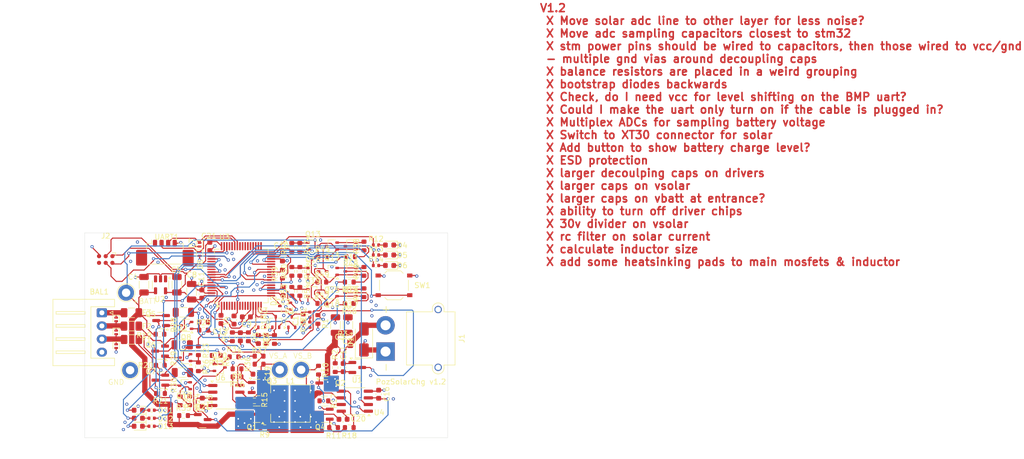
<source format=kicad_pcb>
(kicad_pcb (version 20240108) (generator "pcbnew") (generator_version "8.0")
  (layers (0 "F.Cu" signal) (1 "In1.Cu" signal) (2 "In2.Cu" signal) (31 "B.Cu" signal) (34 "B.Paste" user) (35 "F.Paste" user) (36 "B.SilkS" user "B.Silkscreen") (37 "F.SilkS" user "F.Silkscreen") (38 "B.Mask" user) (39 "F.Mask" user) (44 "Edge.Cuts" user))
  (net 0 "")
  (net 1 "GND")
  (net 2 "VDD")
  (net 3 "/MCU/SWDIO")
  (net 4 "/MCU/SWCLK")
  (net 5 "/MCU/NRST")
  (net 6 "/MCU/USART1_RX")
  (net 7 "+BATT")
  (net 8 "/MCU/USART1_TX")
  (net 9 "Net-(BAL1-Pin_1)")
  (net 10 "CELL_4V")
  (net 11 "CELL_8V")
  (net 12 "/Power/Vs+")
  (net 13 "VSOLAR")
  (net 14 "/MCU/LED_ON")
  (net 15 "/MCU/LED_ACTIVE")
  (net 16 "/MCU/LED_ERROR")
  (net 17 "SOLAR_CURRENT_ADC")
  (net 18 "VBATT_ADC")
  (net 19 "VSOLAR_ADC")
  (net 20 "/BuckBoost/VS_A")
  (net 21 "/BuckBoost/GATE_TOP_A")
  (net 22 "/BuckBoost/VS_B")
  (net 23 "/BuckBoost/GATE_TOP_B")
  (net 24 "/BuckBoost/GATE_BOT_A")
  (net 25 "/BuckBoost/GATE_BOT_B")
  (net 26 "/BuckBoost/DRIVER_VCC")
  (net 27 "Net-(U4-VBOOT)")
  (net 28 "COMP2_INP")
  (net 29 "DD_TOP_A")
  (net 30 "DD_BOT_A")
  (net 31 "DD_BOT_B")
  (net 32 "DD_TOP_B")
  (net 33 "Net-(BAL1-Pin_2)")
  (net 34 "Net-(BAL1-Pin_3)")
  (net 35 "Net-(Q20-D)")
  (net 36 "Net-(Q10-G)")
  (net 37 "Net-(Q10-D)")
  (net 38 "NBAL_3")
  (net 39 "NBAL_2")
  (net 40 "NBAL_1")
  (net 41 "Net-(D11-K)")
  (net 42 "Net-(D11-A)")
  (net 43 "Net-(U1-Vs-)")
  (net 44 "Net-(U3-VLCD)")
  (net 45 "Net-(D4-A)")
  (net 46 "Net-(D5-A)")
  (net 47 "Net-(D6-A)")
  (net 49 "Net-(Q5-G)")
  (net 50 "Net-(D12-K)")
  (net 51 "Net-(Q8-G)")
  (net 52 "Net-(Q9-G)")
  (net 69 "Net-(Q20-G)")
  (net 83 "Net-(D12-A)")
  (net 84 "Net-(D13-K)")
  (net 85 "Net-(D13-A)")
  (net 86 "Net-(U1-OUT)")
  (net 87 "/MCU/SWITCH")
  (net 88 "Net-(Q11-G)")
  (net 89 "Net-(Q11-D)")
  (net 90 "Net-(Q11-S)")
  (net 91 "Net-(Q12-D)")
  (net 92 "Net-(Q13-G)")
  (net 93 "Net-(Q14-D)")
  (net 94 "Net-(Q14-S)")
  (net 95 "Net-(Q16-G)")
  (net 96 "Net-(Q17-D)")
  (net 97 "Net-(Q17-S)")
  (net 98 "Net-(Q19-G)")
  (net 99 "VBATT_ADC_EN")
  (net 100 "CELL8V_ADC_EN")
  (net 101 "CELL4V_ADC_EN")
  (net 103 "Net-(U4-HVG)")
  (net 104 "Net-(U4-LVG)")
  (net 105 "Net-(R31-Pad2)")
  (net 106 "DRIVERS_EN")
  (net 108 "Net-(U6-LVG)")
  (net 109 "Net-(Q17-G)")
  (net 110 "Net-(Q14-G)")
  (net 111 "Net-(U6-HVG)")
  (net 112 "Net-(U6-VBOOT)")
  (net 113 "Net-(Q6-G)")
  (footprint "LED_SMD:LED_0603_1608Metric" (layer "F.Cu") (at 153.9625 64.33 180)
    (property "Reference" "D4")
    (property "Value" "LED_G" (hide yes))
  )
  (footprint "Package_SO:SO-8_3.9x4.9mm_P1.27mm" (layer "F.Cu") (at 147.355 94.043 180)
    (property "Reference" "U4")
    (property "Value" "L6388E")
  )
  (footprint "Resistor_SMD:R_0603_1608Metric" (layer "F.Cu") (at 130.239 99.06)
    (property "Reference" "R9")
    (property "Value" "1M")
  )
  (footprint "Capacitor_SMD:C_0603_1608Metric" (layer "F.Cu") (at 129.032 82.309 -90)
    (property "Reference" "C22")
    (property "Value" ".1u")
  )
  (footprint "Capacitor_SMD:C_0603_1608Metric" (layer "F.Cu") (at 128.778 88.9 180)
    (property "Reference" "C19")
    (property "Value" "1u")
  )
  (footprint "Package_TO_SOT_SMD:SOT-323_SC-70" (layer "F.Cu") (at 134.112 75.946 180)
    (property "Reference" "D2")
    (property "Value" "BAT54SW")
  )
  (footprint "LED_SMD:LED_0603_1608Metric" (layer "F.Cu") (at 106.1975 97.282 180)
    (property "Reference" "D12")
    (property "Value" "LED_Y")
  )
  (footprint "Package_TO_SOT_SMD:SOT-23" (layer "F.Cu") (at 147.828 87.63)
    (property "Reference" "U1")
    (property "Value" "ZXCT1107")
  )
  (footprint "Inductor_SMD:L_Sunlord_MWSA0605S" (layer "F.Cu") (at 135.128 94.488)
    (property "Reference" "L1")
    (property "Value" "47uH")
  )
  (footprint "Resistor_SMD:R_0603_1608Metric" (layer "F.Cu") (at 110.316294 81.30111)
    (property "Reference" "R19")
    (property "Value" "1M")
  )
  (footprint "Capacitor_SMD:C_0603_1608Metric" (layer "F.Cu") (at 118.364 94.234 90)
    (property "Reference" "C15")
    (property "Value" "1u")
  )
  (footprint "Fuse:Fuse_1206_3216Metric" (layer "F.Cu") (at 104.888496 79.756)
    (property "Reference" "F2")
    (property "Value" "30V 750mA")
  )
  (footprint "LED_SMD:LED_0603_1608Metric" (layer "F.Cu") (at 153.9625 68.22 180)
    (property "Reference" "D6")
    (property "Value" "LED_R" (hide yes))
  )
  (footprint "Resistor_SMD:R_0603_1608Metric" (layer "F.Cu") (at 129.159 86.995 180)
    (property "Reference" "R36")
    (property "Value" "7500")
  )
  (footprint "Capacitor_SMD:C_1206_3216Metric" (layer "F.Cu") (at 107.288 71.882 90)
    (property "Reference" "C4")
    (property "Value" "10u")
  )
  (footprint "Resistor_SMD:R_0603_1608Metric" (layer "F.Cu") (at 128.27 93.98)
    (property "Reference" "R15")
    (property "Value" "75")
  )
  (footprint "Package_TO_SOT_SMD:SOT-323_SC-70" (layer "F.Cu") (at 143.002 64.516 180)
    (property "Reference" "Q12")
    (property "Value" "SK2301AW")
  )
  (footprint "Connector_AMASS:AMASS_XT30PW-M_1x02_P2.50mm_Horizontal" (layer "F.Cu") (at 153.2 84.6 -90)
    (property "Reference" "J1")
    (property "Value" "XT30PW-M")
  )
  (footprint "Resistor_SMD:R_0402_1005Metric" (layer "F.Cu") (at 108.7335 95.758 180)
    (property "Reference" "R41" (hide yes))
    (property "Value" "150")
  )
  (footprint "Capacitor_SMD:C_0603_1608Metric" (layer "F.Cu") (at 145.158725 87.653547 -90)
    (property "Reference" "C1")
    (property "Value" "10p")
  )
  (footprint "Connector:Tag-Connect_TC2030-IDC-FP_2x03_P1.27mm_Vertical" (layer "F.Cu") (at 100.01 67.085 180)
    (property "Reference" "J2")
    (property "Value" "Conn_ARM_SWD_TagConnect_TC2030")
  )
  (footprint "Package_TO_SOT_SMD:SOT-323_SC-70" (layer "F.Cu") (at 146.558 69.342 180)
    (property "Reference" "Q14")
    (property "Value" "SK2301AW")
  )
  (footprint "JakeLib:JST_XH_S4B-XH-A_1x04_P2.50mm_Horizontal_Tight" (layer "F.Cu") (at 99.28 77.22 -90)
    (property "Reference" "BAL1")
    (property "Value" "Conn_01x04 JST-XH")
  )
  (footprint "Capacitor_SMD:C_0603_1608Metric" (layer "F.Cu") (at 133.731 73.152 -90)
    (property "Reference" "C12")
    (property "Value" ".1u")
  )
  (footprint "Resistor_SMD:R_0603_1608Metric" (layer "F.Cu") (at 118.618 78.994 180)
    (property "Reference" "R22")
    (property "Value" "1k")
  )
  (footprint "Package_TO_SOT_SMD:SOT-323_SC-70" (layer "F.Cu") (at 115.0605 91.093 180)
    (property "Reference" "Q10")
    (property "Value" "2N7002")
  )
  (footprint "Diode_SMD:D_SOD-882" (layer "F.Cu") (at 101.998136 78.486 -90)
    (property "Reference" "D17" (hide yes))
    (property "Value" "H5VL10B")
  )
  (footprint "MountingHole:MountingHole_3.2mm_M3" (layer "F.Cu") (at 161 97)
    (property "Reference" "H3" (hide yes))
    (property "Value" "MountingHole" (hide yes))
  )
  (footprint "Package_TO_SOT_SMD:SOT-323_SC-70" (layer "F.Cu") (at 142.986 73.406 180)
    (property "Reference" "Q18")
    (property "Value" "SK2301AW")
  )
  (footprint "Resistor_SMD:R_1206_3216Metric" (layer "F.Cu") (at 114.770659 77.131006)
    (property "Reference" "R28")
    (property "Value" "100")
  )
  (footprint "Package_TO_SOT_SMD:SOT-323_SC-70" (layer "F.Cu") (at 139.446 64.516)
    (property "Reference" "Q13")
    (property "Value" "2N7002")
  )
  (footprint "Resistor_SMD:R_0603_1608Metric" (layer "F.Cu") (at 146.304 99.06 180)
    (property "Reference" "R18")
    (property "Value" "75")
  )
  (footprint "Diode_SMD:D_SOD-882" (layer "F.Cu") (at 101.998136 83.566 -90)
    (property "Reference" "D15" (hide yes))
    (property "Value" "H5VL10B")
  )
  (footprint "Resistor_SMD:R_0603_1608Metric" (layer "F.Cu") (at 135.382 73.152 90)
    (property "Reference" "R53")
    (property "Value" "1k")
  )
  (footprint "MountingHole:MountingHole_3.2mm_M3" (layer "F.Cu") (at 100 97)
    (property "Reference" "H2" (hide yes))
    (property "Value" "MountingHole" (hide yes))
  )
  (footprint "Resistor_SMD:R_0603_1608Metric" (layer "F.Cu") (at 136.906 69.342 -90)
    (property "Reference" "R51")
    (property "Value" "1M")
  )
  (footprint "Resistor_SMD:R_0402_1005Metric" (layer "F.Cu") (at 151.384 64.33)
    (property "Reference" "R12")
    (property "Value" "150")
  )
  (footprint "Resistor_SMD:R_0402_1005Metric" (layer "F.Cu") (at 108.7395 97.282 180)
    (property "Reference" "R42" (hide yes))
    (property "Value" "150")
  )
  (footprint "Package_TO_SOT_SMD:SOT-323_SC-70" (layer "F.Cu") (at 143.002 69.342 180)
    (property "Reference" "Q15")
    (property "Value" "SK2301AW")
  )
  (footprint "Resistor_SMD:R_0603_1608Metric" (layer "F.Cu") (at 124.079 81.788 90)
    (property "Reference" "R4")
    (property "Value" "2k")
  )
  (footprint "LED_SMD:LED_0603_1608Metric" (layer "F.Cu") (at 106.1975 98.806 180)
    (property "Reference" "D13")
    (property "Value" "LED_Y")
  )
  (footprint "Package_TO_SOT_SMD:SOT-23-5" (layer "F.Cu") (at 110.4305 71.902 -90)
    (property "Reference" "U2")
    (property "Value" "ST715M25R")
  )
  (footprint "TestPoint:TestPoint_Loop_D2.60mm_Drill1.6mm_Beaded" (layer "F.Cu") (at 103.886 73.406)
    (property "Reference" "TP2" (hide yes))
    (property "Value" "+BATT")
  )
  (footprint "Capacitor_SMD:C_0603_1608Metric" (layer "F.Cu") (at 133.6 66.6 -90)
    (property "Reference" "C10")
    (property "Value" ".1u")
  )
  (footprint "Capacitor_SMD:C_1206_3216Metric" (layer "F.Cu") (at 143.684073 79.553677 -90)
    (property "Reference" "C3")
    (property "Value" "10u")
  )
  (footprint "Capacitor_SMD:C_1206_3216Metric" (layer "F.Cu") (at 116.336748 73.214253 90)
    (property "Reference" "C8")
    (property "Value" "10u")
  )
  (footprint "TestPoint:TestPoint_Loop_D2.60mm_Drill1.6mm_Beaded" (layer "F.Cu") (at 137.16 88.063)
    (property "Reference" "TP6" (hide yes))
    (property "Value" "TestPoint")
  )
  (footprint "Resistor_SMD:R_0603_1608Metric" (layer "F.Cu") (at 124.968 87.884 180)
    (property "Reference" "R8")
    (property "Value" "1M")
  )
  (footprint "Resistor_SMD:R_0603_1608Metric" (layer "F.Cu") (at 117.629 87.489 -90)
    (property "Reference" "R26")
    (property "Value" "1M")
  )
  (footprint "Diode_SMD:D_SOD-882" (layer "F.Cu") (at 101.998136 80.946652 -90)
    (property "Reference" "D16" (hide yes))
    (property "Value" "H5VL10B")
  )
  (footprint "Resistor_SMD:R_0603_1608Metric" (layer "F.Cu") (at 135.382 69.342 90)
    (property "Reference" "R50")
    (property "Value" "1k")
  )
  (footprint "Resistor_SMD:R_0603_1608Metric" (layer "F.Cu") (at 121.0165 85.344 180)
    (property "Reference" "R33")
    (property "Value" "1k")
  )
  (footprint "Resistor_SMD:R_0402_1005Metric" (layer "F.Cu") (at 108.7355 98.806 180)
    (property "Reference" "R43" (hide yes))
    (property "Value" "150")
  )
  (footprint "Package_TO_SOT_SMD:SOT-323_SC-70" (layer "F.Cu") (at 129.667 78.994 90)
    (property "Reference" "D3")
    (property "Value" "BAT54SW")
  )
  (footprint "Package_TO_SOT_SMD:SOT-23" (layer "F.Cu") (at 110.3855 90.043 180)
    (property "Reference" "Q7")
    (property "Value" "AO3401A")
  )
  (footprint "Capacitor_SMD:C_0603_1608Metric" (layer "F.Cu") (at 121.92 78.486 -90)
    (property "Reference" "C13")
    (property "Value" ".1u")
  )
  (footprint "Resistor_SMD:R_0603_1608Metric" (layer "F.Cu") (at 130.556 82.296 90)
    (property "Reference" "R6")
    (property "Value" "7500")
  )
  (footprint "LED_SMD:LED_0603_1608Metric" (layer "F.Cu") (at 106.1975 95.758 180)
    (property "Reference" "D11")
    (property "Value" "LED_Y")
  )
  (footprint "Resistor_SMD:R_1206_3216Metric" (layer "F.Cu") (at 114.554 83.312)
    (property "Reference" "R29")
    (property "Value" "100")
  )
  (footprint "Connector_Molex:Molex_PicoBlade_53398-0471_1x04-1MP_P1.25mm_Vertical" (layer "F.Cu") (at 111.252 65.236)
    (property "Reference" "UART1")
    (property "Value" "Conn_01x04 Picoblade")
  )
  (footprint "LED_SMD:LED_0603_1608Metric" (layer "F.Cu") (at 153.9625 66.22 180)
    (property "Reference" "D5")
    (property "Value" "LED_Y" (hide yes))
  )
  (footprint "Package_TO_SOT_SMD:SOT-323_SC-70" (layer "F.Cu") (at 115.332 79.614 180)
    (property "Reference" "Q8")
    (property "Value" "2N7002")
  )
  (footprint "Capacitor_SMD:C_0603_1608Metric" (layer "F.Cu") (at 118.28 73.66 90)
    (property "Reference" "C11")
    (property "Value" ".1u")
  )
  (footprint "Capacitor_SMD:C_0603_1608Metric" (layer "F.Cu") (at 125.603 81.788 -90)
    (property "Reference" "C7")
    (property "Value" ".1u")
  )
  (footprint "Resistor_SMD:R_0603_1608Metric" (layer "F.Cu") (at 149.098 64.516 90)
    (property "Reference" "R38")
    (property "Value" "1M")
  )
  (footprint "Resistor_SMD:R_0603_1608Metric" (layer "F.Cu") (at 141.097 71.374)
    (property "Reference" "R49")
    (property "Value" "1M")
  )
  (footprint "Package_TO_SOT_SMD:SOT-23" (layer "F.Cu") (at 118.4425 97.536)
    (property "Reference" "Q21")
    (property "Value" "AO3401A")
  )
  (footprint "Resistor_SMD:R_0603_1608Metric" (layer "F.Cu") (at 114.173 93.98 -90)
    (property "Reference" "R27")
    (property "Value" "1M")
  )
  (footprint "Resistor_SMD:R_0402_1005Metric" (layer "F.Cu") (at 138.811 77.597 90)
    (property "Reference" "R32")
    (property "Value" "150")
  )
  (footprint "Resistor_SMD:R_0603_1608Metric" (layer "F.Cu") (at 149.097946 73.406 90)
    (property "Reference" "R44")
    (property "Value" "1M")
  )
  (footprint "Resistor_SMD:R_0603_1608Metric" (layer "F.Cu") (at 129.159 85.471 180)
    (property "Reference" "R37")
    (property "Value" "1600")
  )
  (footprint "Package_TO_SOT_SMD:SOT-323_SC-70" (layer "F.Cu") (at 115.127417 85.746222 180)
    (property "Reference" "Q9" (hide yes))
    (property "Value" "2N7002")
  )
  (footprint "Package_TO_SOT_SMD:SOT-323_SC-70" (layer "F.Cu") (at 135.382 78.994 90)
    (property "Reference" "D1")
    (property "Value" "BAT54SW")
  )
  (footprint "Capacitor_SMD:C_0603_1608Metric" (layer "F.Cu") (at 137.541 78.232 90)
    (property "Reference" "C17")
    (property "Value" ".1u")
  )
  (footprint "Resistor_SMD:R_0603_1608Metric" (layer "F.Cu") (at 135.382 64.77 90)
    (property "Reference" "R46")
    (property "Value" "1k")
  )
  (footprint "TestPoint:TestPoint_Loop_D2.60mm_Drill1.6mm_Beaded" (layer "F.Cu") (at 104.648 88.138)
    (property "Reference" "TP1" (hide yes))
    (property "Value" "GND")
  )
  (footprint "MountingHole:MountingHole_3.2mm_M3" (layer "F.Cu") (at 161 66)
    (property "Reference" "H1" (hide yes))
    (property "Value" "MountingHole" (hide yes))
  )
  (footprint "Capacitor_SMD:C_0603_1608Metric" (layer "F.Cu") (at 124.4 78.6 -90)
    (property "Reference" "C14")
    (property "Value" ".1u")
  )
  (footprint "Resistor_SMD:R_0603_1608Metric" (layer "F.Cu") (at 140.335 78.486 -90)
    (property "Reference" "R1")
    (property "Value" "3k")
  )
  (footprint "Diode_SMD:D_SMA" (layer "F.Cu") (at 149.098 82.296 90)
    (property "Reference" "D14")
    (property "Value" "SMAJ30CA")
  )
  (footprint "Package_TO_SOT_SMD:SOT-323_SC-70" (layer "F.Cu") (at 146.526 73.406 180)
    (property "Reference" "Q17")
    (property "Value" "SK2301AW")
  )
  (footprint "Capacitor_SMD:C_1206_3216Metric" (layer "F.Cu") (at 113.538 71.882 90)
    (property "Reference" "C5")
    (property "Value" "47u")
  )
  (footprint "Resistor_SMD:R_0603_1608Metric" (layer "F.Cu") (at 143.632783 87.653547 -90)
    (property "Reference" "R2")
    (property "Value" "4.7k")
  )
  (footprint "Capacitor_SMD:C_0603_1608Metric" (layer "F.Cu") (at 151.892 92.71 -90)
    (property "Reference" "C16")
    (property "Value" "1u")
  )
  (footprint "Resistor_SMD:R_0603_1608Metric" (layer "F.Cu") (at 124.968 89.408)
    (property "Reference" "R16")
    (property "Value" "75")
  )
  (footprint "TestPoint:TestPoint_Loop_D2.60mm_Drill1.6mm_Beaded" (layer "F.Cu") (at 133.096 88.063)
    (property "Reference" "TP5" (hide yes))
    (property "Value" "TestPoint")
  )
  (footprint "Resistor_SMD:R_1206_3216Metric" (layer "F.Cu") (at 114.5855 88.593)
    (property "Reference" "R30")
    (property "Value" "100")
  )
  (footprint "Resistor_SMD:R_1206_3216Metric" (layer "F.Cu") (at 145.034 83.058)
    (property "Reference" "R3")
    (property "Value" "0.1")
  )
  (footprint "Resistor_SMD:R_0603_1608Metric" (layer "F.Cu") (at 141.097 75.438)
    (property "Reference" "R52")
    (property "Value" "1M")
  )
  (footprint "Resistor_SMD:R_0603_1608Metric" (layer "F.Cu") (at 136.906 64.77 -90)
    (property "Reference" "R47")
    (property "Value" "1M")
  )
  (footprint "Resistor_SMD:R_0603_1608Metric" (layer "F.Cu") (at 118.618 80.518)
    (property "Reference" "R25")
    (property "Value" "1M")
  )
  (footprint "Resistor_SMD:R_0603_1608Metric" (layer "F.Cu") (at 110.4215 92.581)
    (property "Reference" "R21")
    (property "Value" "1M")
  )
  (footprint "Resistor_SMD:R_0603_1608Metric" (layer "F.Cu") (at 149.095387 69.342 90)
    (property "Reference" "R40")
    (property "Value" "1M")
  )
  (footprint "Capacitor_SMD:C_0603_1608Metric" (layer "F.Cu") (at 145.120525 97.488936)
    (property "Reference" "C20")
    (property "Value" "1u")
  )
  (footprint "Resistor_SMD:R_0603_1608Metric" (layer "F.Cu") (at 136.906 73.152 -90)
    (property "Reference" "R54")
    (property "Value" "1M")
  )
  (footprint "Package_TO_SOT_SMD:SOT-323_SC-70" (layer "F.Cu") (at 139.446 73.406)
    (property "Reference" "Q19")
    (property "Value" "2N7002")
  )
  (footprint "Capacitor_SMD:C_1206_3216Metric" (layer "F.Cu") (at 146.05 79.551 -90)
    (property "Reference" "C2")
    (property "Value" "10u")
  )
  (footprint "Fuse:Fuse_1206_3216Metric" (layer "F.Cu") (at 104.902 82.296)
    (property "Reference" "F1")
    (property "Value" "30V 750mA")
  )
  (footprint "Package_TO_SOT_SMD:SOT-323_SC-70" (layer "F.Cu") (at 146.558 64.516 180)
    (property "Reference" "Q11")
    (property "Value" "SK2301AW")
  )
  (footprint "Capacitor_SMD:C_0603_1608Metric" (layer "F.Cu") (at 119.795515 64.589125 -90)
    (property "Reference" "C21")
    (property "Value" ".1u")
  )
  (footprint "Diode_SMD:D_SOD-882" (layer "F.Cu") (at 117.856 64.262 -90)
    (property "Reference" "D7")
    (property "Value" "H5VL10B")
  )
  (footprint "Resistor_SMD:R_0603_1608Metric" (layer "F.Cu") (at 110.39 87.212)
    (property "Reference" "R20")
    (property "Value" "1M")
  )
  (footprint "Resistor_SMD:R_0603_1608Metric" (layer "F.Cu") (at 127.127 81.788 -90)
    (property "Reference" "R5")
    (property "Value" "18k")
  )
  (footprint "Resistor_SMD:R_0603_1608Metric" (layer "F.Cu") (at 140.462 88.138 90)
    (property "Reference" "R10")
    (property "Value" "1M")
  )
  (footprint "Resistor_SMD:R_0402_1005Metric" (layer "F.Cu") (at 151.384 68.22)
    (property "Reference" "R14")
    (property "Value" "150")
  )
  (footprint "Package_TO_SOT_SMD:SOT-23" (layer "F.Cu") (at 141.6535 96.52 180)
    (property "Reference" "Q4")
    (property "Value" "AO3400A")
  )
  (footprint "Capacitor_SMD:C_0603_1608Metric" (layer "F.Cu") (at 126.746 78 180)
    (property "Reference" "C9")
    (property "Value" ".1u")
  )
  (footprint "Package_TO_SOT_SMD:SOT-23" (layer "F.Cu") (at 128.6995 96.52 180)
    (property "Reference" "Q1")
    (property "Value" "AO3400A")
  )
  (footprint "Package_TO_SOT_SMD:SOT-23" (layer "F.Cu") (at 110.534294 78.70111 180)
    (property "Reference" "Q5")
    (property "Value" "AO3401A")
  )
  (footprint "Resistor_SMD:R_0603_1608Metric" (layer "F.Cu") (at 146.304 75.438 180)
    (property "Reference" "R56")
    (property "Value" "75")
  )
  (footprint "Package_TO_SOT_SMD:SOT-23" (layer "F.Cu") (at 128.695 91.44)
    (property "Reference" "Q3")
    (property "Value" "AO3400A")
  )
  (footprint "Package_TO_SOT_SMD:SOT-323_SC-70" (layer "F.Cu") (at 121.666 87.63)
    (property "Reference" "Q20")
    (property "Value" "2N7002")
  )
  (footprint "Resistor_SMD:R_0603_1608Metric" (layer "F.Cu") (at 115.951 93.98 -90)
    (property "Reference" "R24")
    (property "Value" "1k")
  )
  (footprint "Package_TO_SOT_SMD:SOT-323_SC-70" (layer "F.Cu") (at 132.334 78.978 90)
    (property "Reference" "D18")
    (property "Value" "BAT54SW")
  )
  (footprint "Package_TO_SOT_SMD:SOT-23" (layer "F.Cu") (at 110.354 84.512 180)
    (property "Reference" "Q6")
    (property "Value" "AO3401A")
  )
  (footprint "Resistor_SMD:R_0603_1608Metric" (layer "F.Cu") (at 117.629 84.44 -90)
    (property "Reference" "R23")
    (property "Value" "1k")
  )
  (footprint "Fuse:Fuse_1206_3216Metric" (layer "F.Cu") (at 104.902 77.216)
    (property "Reference" "F3")
    (property "Value" "30V 750mA")
  )
  (footprint "Package_SO:SO-8_3.9x4.9mm_P1.27mm" (layer "F.Cu") (at 122.936 92.964)
    (property "Reference" "U6")
    (property "Value" "L6388E")
  )
  (footprint "Resistor_SMD:R_0603_1608Metric" (layer "F.Cu") (at 141.224 66.548)
    (property "Reference" "R45")
    (property "Value" "1M")
  )
  (footprint "Resistor_SMD:R_0603_1608Metric" (layer "F.Cu") (at 124.397 85.598)
    (property "Reference" "R34")
    (property "Value" "1M")
  )
  (footprint "Resistor_SMD:R_0603_1608Metric" (layer "F.Cu") (at 132.08 82.296 90)
    (property "Reference" "R7")
    (property "Value" "1600")
  )
  (footprint "Diode_SMD:D_SOD-882" (layer "F.Cu") (at 117.856 66.04 -90)
    (property "Reference" "D8")
    (property "Value" "H5VL10B")
  )
  (footprint "Resistor_SMD:R_0402_1005Metric" (layer "F.Cu") (at 138.811 79.502 90)
    (property "Reference" "R31")
    (property "Value" "150")
  )
  (footprint "Resistor_SMD:R_0603_1608Metric" (layer "F.Cu") (at 133.604 69.85 90)
    (property "Reference" "R39")
    (property "Value" "10M")
  )
  (footprint "Resistor_SMD:R_0603_1608Metric" (layer "F.Cu") (at 143.319 99.06)
    (property "Reference" "R11")
    (property "Value" "1M")
  )
  (footprint "Resistor_SMD:R_0603_1608Metric" (layer "F.Cu") (at 146.304 71.374 180)
    (property "Reference" "R55")
    (property "Value" "75")
  )
  (footprint "Package_QFP:LQFP-64_10x10mm_P0.5mm" (layer "F.Cu") (at 125.78 70.22 90)
    (property "Reference" "U3")
    (property "Value" "STM32L053R8Tx")
  )
  (footprint "Resistor_SMD:R_0402_1005Metric" (layer "F.Cu") (at 151.384 66.22)
    (property "Reference" "R13")
    (property "Value" "150")
  )
  (footprint "Resistor_SMD:R_0603_1608Metric" (layer "F.Cu") (at 114.808 96.774)
    (property "Reference" "R35")
    (property "Value" "1M")
  )
  (footprint "Package_TO_SOT_SMD:SOT-323_SC-70" (layer "F.Cu") (at 139.462 69.342)
    (property "Reference" "Q16")
    (property "Value" "2N7002")
  )
  (footprint "Resistor_SMD:R_0603_1608Metric" (layer "F.Cu") (at 141.478 93.98 180)
    (property "Reference" "R17")
    (property "Value" "75")
  )
  (footprint "Package_TO_SOT_SMD:SOT-23" (layer "F.Cu") (at 141.542151 91.52935)
    (property "Reference" "Q2")
    (property "Value" "AO3400A")
  )
  (footprint "Resistor_SMD:R_0603_1608Metric" (layer "F.Cu") (at 146.558 66.548 180)
    (property "Reference" "R48")
    (property "Value" "75")
  )
  (footprint "Button_Switch_SMD:SW_Push_1P1T_XKB_TS-1187A" (layer "F.Cu") (at 154.8 72 180)
    (property "Reference" "SW1")
    (property "Value" "SW_Push")
  )
  (gr_rect (start 96 62) (end 165 101) (stroke (width 0.05)) (fill none) (layer "Edge.Cuts"))
  (gr_text "V1.2\n X Move solar adc line to other layer for less noise?\n X Move adc sampling capacitors closest to stm32\n X stm power pins should be wired to capacitors, then those wired to vcc/gnd\n - multiple gnd vias around decoupling caps\n X balance resistors are placed in a weird grouping\n X bootstrap diodes backwards\n X Check, do I need vcc for level shifting on the BMP uart?\n X Could I make the uart only turn on if the cable is plugged in?\n X Multiplex ADCs for sampling battery voltage\n X Switch to XT30 connector for solar\n X Add button to show battery charge level?\n X ESD protection\n X larger decoulping caps on drivers\n X larger caps on vsolar\n X larger caps on vbatt at entrance?\n X ability to turn off driver chips\n X 30v divider on vsolar\n X rc filter on solar current\n X calculate inductor size\n X add some heatsinking pads to main mosfets & inductor" (at 182.4 68.4 0) (layer "F.Cu") (effects (font (size 1.5 1.5) (thickness 0.3) (bold yes)) (justify left bottom)))
  (gr_text "GND" (at 100.4 91 0) (layer "F.SilkS") (effects (font (size 1 1) (thickness 0.1)) (justify left bottom)))
  (gr_text "+BATT" (at 105 75.6 0) (layer "F.SilkS") (effects (font (size 1 1) (thickness 0.1)) (justify left bottom)))
  (gr_text "PozSolarChg v1.2" (at 151.257 90.932 0) (layer "F.SilkS") (effects (font (size 1 1)) (justify left bottom)))
  (gr_text "VS_A" (at 131 86 0) (layer "F.SilkS") (effects (font (size 1 1) (thickness 0.1)) (justify left bottom)))
  (gr_text "VS_B" (at 135.6 86 0) (layer "F.SilkS") (effects (font (size 1 1) (thickness 0.1)) (justify left bottom)))
  (segment (start 149.098 84.296) (end 149.098 82.804) (width 0.2) (layer "F.Cu") (net 1))
  (segment (start 143.684073 79.073927) (end 143.637 79.121) (width 0.2) (layer "F.Cu") (net 1))
  (segment (start 118.865 73.47) (end 120.105 73.47) (width 0.2) (layer "F.Cu") (net 1))
  (segment (start 120.22 65.62) (end 122.26241 65.62) (width 0.2) (layer "F.Cu") (net 1))
  (segment (start 125.222 85.598) (end 126.238 85.598) (width 0.2) (layer "F.Cu") (net 1))
  (segment (start 125.971 78) (end 126.23241 78) (width 0.2) (layer "F.Cu") (net 1))
  (segment (start 112.933 69.802) (end 110.730501 69.802) (width 0.2) (layer "F.Cu") (net 1))
  (segment (start 155.903 66.22) (end 155.956 66.167) (width 0.2) (layer "F.Cu") (net 1))
  (segment (start 116.071778 85.096222) (end 115.443 85.725) (width 0.2) (layer "F.Cu") (net 1))
  (segment (start 121.92 79.261) (end 121.92 79.502) (width 0.2) (layer "F.Cu") (net 1))
  (segment (start 133.4 73.975) (end 132.895 73.47) (width 0.2) (layer "F.Cu") (net 1))
  (segment (start 107.893 69.802) (end 110.130499 69.802) (width 0.2) (layer "F.Cu") (net 1))
  (segment (start 133.6 67.375) (end 134.428 67.375) (width 0.2) (layer "F.Cu") (net 1))
  (segment (start 159.025 70.125) (end 159.131 70.231) (width 0.2) (layer "F.Cu") (net 1))
  (segment (start 116.0605 90.443) (end 115.297 90.443) (width 0.2) (layer "F.Cu") (net 1))
  (segment (start 138.462 69.992) (end 138.462 71.215) (width 0.2) (layer "F.Cu") (net 1))
  (segment (start 113.127 63.986) (end 114.158 63.986) (width 0.2) (layer "F.Cu") (net 1))
  (segment (start 118.237 71.97) (end 120.105 71.97) (width 0.2) (layer "F.Cu") (net 1))
  (segment (start 125.603 83.185) (end 125.984 83.566) (width 0.2) (layer "F.Cu") (net 1))
  (segment (start 118.237 71.97) (end 118.237 71.247) (width 0.2) (layer "F.Cu") (net 1))
  (segment (start 125.603 82.563) (end 125.603 83.185) (width 0.2) (layer "F.Cu") (net 1))
  (segment (start 107.288 70.407) (end 105.742 70.407) (width 0.2) (layer "F.Cu") (net 1))
  (segment (start 134.732 80.787) (end 134.493 81.026) (width 0.2) (layer "F.Cu") (net 1))
  (segment (start 116.048 88.593) (end 114.988 88.593) (width 0.2) (layer "F.Cu") (net 1))
  (segment (start 138.446 75.422) (end 138.43 75.438) (width 0.2) (layer "F.Cu") (net 1))
  (segment (start 117.063 64.612) (end 116.713 64.262) (width 0.2) (layer "F.Cu") (net 1))
  (segment (start 128.677 83.084) (end 128.143 82.55) (width 0.2) (layer "F.Cu") (net 1))
  (segment (start 126.23241 78) (end 127.53 76.70241) (width 0.2) (layer "F.Cu") (net 1))
  (segment (start 125.971 78) (end 125.971 78.753) (width 0.2) (layer "F.Cu") (net 1))
  (segment (start 116.336748 71.739253) (end 116.567495 71.97) (width 0.2) (layer "F.Cu") (net 1))
  (segment (start 128.334 85.471) (end 127.254 85.471) (width 0.2) (layer "F.Cu") (net 1))
  (segment (start 98.74 66.084283) (end 97.409 64.753283) (width 0.2) (layer "F.Cu") (net 1))
  (segment (start 119.795515 65.364125) (end 119.928875 65.364125) (width 0.2) (layer "F.Cu") (net 1))
  (segment (start 136.906 74.803) (end 137.414 75.311) (width 0.2) (layer "F.Cu") (net 1))
  (segment (start 138.922761 65.166) (end 139.246532 65.489771) (width 0.2) (layer "F.Cu") (net 1))
  (segment (start 141.417 95.57) (end 141.097 95.25) (width 0.2) (layer "F.Cu") (net 1))
  (segment (start 142.591 95.57) (end 141.417 95.57) (width 0.2) (layer "F.Cu") (net 1))
  (segment (start 141.097 95.25) (end 140.716 95.25) (width 0.2) (layer "F.Cu") (net 1))
  (segment (start 154.813 68.199) (end 155.956 68.199) (width 0.2) (layer "F.Cu") (net 1))
  (segment (start 119.8 65.2) (end 120.22 65.62) (width 0.2) (layer "F.Cu") (net 1))
  (segment (start 115.297 90.443) (end 115.189 90.551) (width 0.2) (layer "F.Cu") (net 1))
  (segment (start 118.364 95.123) (end 119.126 95.885) (width 0.2) (layer "F.Cu") (net 1))
  (segment (start 154.75 68.22) (end 154.792 68.22) (width 0.2) (layer "F.Cu") (net 1))
  (segment (start 110.130499 69.802) (end 110.4305 70.102001) (width 0.2) (layer "F.Cu") (net 1))
  (segment (start 138.462 71.215) (end 138.43 71.247) (width 0.2) (layer "F.Cu") (net 1))
  (segment (start 116.336748 71.739253) (end 117.482495 72.885) (width 0.2) (layer "F.Cu") (net 1))
  (segment (start 119.443 80.518) (end 119.634 80.518) (width 0.2) (layer "F.Cu") (net 1))
  (segment (start 117.856 64.612) (end 117.063 64.612) (width 0.2) (layer "F.Cu") (net 1))
  (segment (start 124.36324 79.375) (end 123.39562 78.40738) (width 0.2) (layer "F.Cu") (net 1))
  (segment (start 132.895 73.47) (end 131.455 73.47) (width 0.2) (layer "F.Cu") (net 1))
  (segment (start 157.8 70.125) (end 159.025 70.125) (width 0.2) (layer "F.Cu") (net 1))
  (segment (start 129.017 80.025) (end 128.27 80.772) (width 0.2) (layer "F.Cu") (net 1))
  (segment (start 118.364 95.009) (end 120.221 95.009) (width 0.2) (layer "F.Cu") (net 1))
  (segment (start 119.195 71.97) (end 120.105 71.97) (width 0.2) (layer "F.Cu") (net 1))
  (segment (start 149.93 92.138) (end 151.689 92.138) (width 0.2) (layer "F.Cu") (net 1))
  (segment (start 127.7575 92.39) (end 127.7575 91.6985) (width 0.2) (layer "F.Cu") (net 1))
  (segment (start 146.05 78.076) (end 146.05 79.121) (width 0.2) (layer "F.Cu") (net 1))
  (segment (start 143.684073 78.078677) (end 143.684073 79.073927) (width 0.2) (layer "F.Cu") (net 1))
  (segment (start 151.689 92.138) (end 151.892 91.935) (width 0.2) (layer "F.Cu") (net 1))
  (segment (start 152.421 70.125) (end 152.654 70.358) (width 0.2) (layer "F.Cu") (net 1))
  (segment (start 109.2455 98.806) (end 110.236 98.806) (width 0.2) (layer "F.Cu") (net 1))
  (segment (start 144.144 99.059) (end 143.383 98.298) (width 0.2) (layer "F.Cu") (net 1))
  (segment (start 122.53 65.35241) (end 122.53 64.545) (width 0.2) (layer "F.Cu") (net 1))
  (segment (start 151.8 70.125) (end 152.421 70.125) (width 0.2) (layer "F.Cu") (net 1))
  (segment (start 154.792 68.22) (end 154.813 68.199) (width 0.2) (layer "F.Cu") (net 1))
  (segment (start 110.730501 69.802) (end 110.4305 70.102001) (width 0.2) (layer "F.Cu") (net 1))
  (segment (start 118.28 72.013) (end 118.237 71.97) (width 0.2) (layer "F.Cu") (net 1))
  (segment (start 119.634 80.518) (end 120.269 81.153) (width 0.2) (layer "F.Cu") (net 1))
  (segment (start 138.446 74.056) (end 138.446 75.422) (width 0.2) (layer "F.Cu") (net 1))
  (segment (start 140.335 79.311) (end 140.335 80.391) (width 0.2) (layer "F.Cu") (net 1))
  (segment (start 116.567495 71.97) (end 118.237 71.97) (width 0.2) (layer "F.Cu") (net 1))
  (segment (start 149.098 84.296) (end 152.896 84.296) (width 1) (layer "F.Cu") (net 1))
  (segment (start 114.109 94.805) (end 113.411 94.107) (width 0.2) (layer "F.Cu") (net 1))
  (segment (start 116.336748 71.739253) (end 116.336748 70.616748) (width 0.2) (layer "F.Cu") (net 1))
  (segment (start 124.4 79.375) (end 124.36324 79.375) (width 0.2) (layer "F.Cu") (net 1))
  (segment (start 121.92 79.502) (end 122.555 80.137) (width 0.2) (layer "F.Cu") (net 1))
  (segment (start 118.28 72.885) (end 118.865 73.47) (width 0.2) (layer "F.Cu") (net 1))
  (segment (start 129.032 83.084) (end 128.677 83.084) (width 0.2) (layer "F.Cu") (net 1))
  (segment (start 114.158 63.986) (end 114.278 63.866) (width 0.2) (layer "F.Cu") (net 1))
  (segment (start 107.288 70.407) (end 107.893 69.802) (width 0.2) (layer "F.Cu") (net 1))
  (segment (start 136.906 73.977) (end 136.906 74.803) (width 0.2) (layer "F.Cu") (net 1))
  (segment (start 136.906 70.167) (end 136.906 71.12) (width 0.2) (layer "F.Cu") (net 1))
  (segment (start 98.74 66.45) (end 98.74 66.084283) (width 0.2) (layer "F.Cu") (net 1))
  (segment (start 124.143 87.884) (end 124.143 86.804) (width 0.2) (layer "F.Cu") (net 1))
  (segment (start 116.203647 78.964) (end 115.592532 79.575115) (width 0.2) (layer "F.Cu") (net 1))
  (segment (start 132.905 83.121) (end 132.969 83.185) (width 0.2) (layer "F.Cu") (net 1))
  (segment (start 154.75 64.33) (end 156.014994 64.33) (width 0.2) (layer "F.Cu") (net 1))
  (segment (start 133.195 66.97) (end 133.6 67.375) (width 0.2) (layer "F.Cu") (net 1))
  (segment (start 114.278 63.986) (end 114.278 63.866) (width 0.2) (layer "F.Cu") (net 1))
  (segment (start 129.017 79.994) (end 129.017 80.025) (width 0.2) (layer "F.Cu") (net 1))
  (segment (start 132.08 83.121) (end 132.905 83.121) (width 0.2) (layer "F.Cu") (net 1))
  (segment (start 105.742 70.407) (end 105.664 70.485) (width 0.2) (layer "F.Cu") (net 1))
  (segment (start 122.26241 65.62) (end 122.53 65.35241) (width 0.2) (layer "F.Cu") (net 1))
  (segment (start 134.732 79.994) (end 134.732 80.787) (width 0.2) (layer "F.Cu") (net 1))
  (segment (start 122.999 82.613) (end 122.936 82.55) (width 0.2) (layer "F.Cu") (net 1))
  (segment (start 101.998136 84.676375) (end 101.991099 84.683412) (width 0.2) (layer "F.Cu") (net 1))
  (segment (start 110.4305 70.102001) (end 110.4305 70.7645) (width 0.2) (layer "F.Cu") (net 1))
  (segment (start 149.098 82.804) (end 149.352 82.55) (width 0.2) (layer "F.Cu") (net 1))
  (segment (start 134.762 76.596) (end 134.239 76.073) (width 0.2) (layer "F.Cu") (net 1))
  (segment (start 135.112 76.596) (end 134.762 76.596) (width 0.2) (layer "F.Cu") (net 1))
  (segment (start 120.666 88.28) (end 119.522 88.28) (width 0.2) (layer "F.Cu") (net 1))
  (segment (start 124.143 86.804) (end 124.206 86.741) (width 0.2) (layer "F.Cu") (net 1))
  (segment (start 137.541 79.007) (end 137.541 80.137) (width 0.2) (layer "F.Cu") (net 1))
  (segment (start 116.332 78.964) (end 116.203647 78.964) (width 0.2) (layer "F.Cu") (net 1))
  (segment (start 134.428 67.375) (end 134.493 67.31) (width 0.2) (layer "F.Cu") (net 1))
  (segment (start 120.221 95.009) (end 120.361 94.869) (width 0.2) (layer "F.Cu") (net 1))
  (segment (start 117.629 88.314) (end 118.188 88.314) (width 0.2) (layer "F.Cu") (net 1))
  (segment (start 119.522 88.28) (end 119.507 88.265) (width 0.2) (layer "F.Cu") (net 1))
  (segment (start 97.409 64.753283) (end 97.409 64.643) (width 0.2) (layer "F.Cu") (net 1))
  (segment (start 152.654 70.358) (end 152.781 70.231) (width 0.2) (layer "F.Cu") (net 1))
  (segment (start 124.079 82.613) (end 122.999 82.613) (width 0.2) (layer "F.Cu") (net 1))
  (segment (start 118.28 72.885) (end 119.195 71.97) (width 0.2) (layer "F.Cu") (net 1))
  (segment (start 138.446 65.166) (end 138.922761 65.166) (width 0.2) (layer "F.Cu") (net 1))
  (segment (start 127.7575 91.6985) (end 127.889 91.567) (width 0.2) (layer "F.Cu") (net 1))
  (segment (start 152.896 84.296) (end 153.2 84.6) (width 1) (layer "F.Cu") (net 1))
  (segment (start 152.781 70.231) (end 152.908 70.231) (width 0.2) (layer "F.Cu") (net 1))
  (segment (start 117.856 66.39) (end 117.856 67.183) (width 0.2) (layer "F.Cu") (net 1))
  (segment (start 151.892 91.935) (end 152.908008 91.935) (width 0.2) (layer "F.Cu") (net 1))
  (segment (start 131.684 79.978) (end 131.684 80.025) (width 0.2) (layer "F.Cu") (net 1))
  (segment (start 116.127417 85.096222) (end 116.071778 85.096222) (width 0.2) (layer "F.Cu") (net 1))
  (segment (start 118.28 72.885) (end 118.28 72.013) (width 0.2) (layer "F.Cu") (net 1))
  (segment (start 117.482495 72.885) (end 118.28 72.885) (width 0.2) (layer "F.Cu") (net 1))
  (segment (start 144.144 99.06) (end 144.144 99.059) (width 0.2) (layer "F.Cu") (net 1))
  (segment (start 138.017 65.595) (end 138.446 65.166) (width 0.2) (layer "F.Cu") (net 1))
  (segment (start 114.173 94.805) (end 114.109 94.805) (width 0.2) (layer "F.Cu") (net 1))
  (segment (start 114.988 88.593) (end 114.808 88.773) (width 0.2) (layer "F.Cu") (net 1))
  (segment (start 113.538 70.407) (end 112.933 69.802) (width 0.2) (layer "F.Cu") (net 1))
  (segment (start 127.254 85.471) (end 127.127 85.598) (width 0.2) (layer "F.Cu") (net 1))
  (segment (start 154.75 66.22) (end 155.903 66.22) (width 0.2) (layer "F.Cu") (net 1))
  (segment (start 118.188 88.314) (end 118.745 87.757) (width 0.2) (layer "F.Cu") (net 1))
  (segment (start 119.928875 65.364125) (end 120.777 64.516) (width 0.2) (layer "F.Cu") (net 1))
  (segment (start 131.455 66.97) (end 133.195 66.97) (width 0.2) (layer "F.Cu") (net 1))
  (segment (start 101.998136 83.916) (end 101.998136 84.676375) (width 0.2) (layer "F.Cu") (net 1))
  (segment (start 136.906 65.595) (end 138.017 65.595) (width 0.2) (layer "F.Cu") (net 1))
  (segment (start 125.971 78.753) (end 125.476 79.248) (width 0.2) (layer "F.Cu") (net 1))
  (segment (start 133.731 73.927) (end 133.731 75.057) (width 0.2) (layer "F.Cu") (net 1))
  (segment (start 118.364 95.009) (end 118.364 95.123) (width 0.2) (layer "F.Cu") (net 1))
  (segment (start 131.684 80.025) (end 131.191 80.518) (width 0.2) (layer "F.Cu") (net 1))
  (segment (start 127.53 76.70241) (end 127.53 75.895) (width 0.2) (layer "F.Cu") (net 1))
  (via (at 152.908008 91.935) (size 0.6) (drill 0.3) (layers "F.Cu" "B.Cu") (net 1))
  (via (at 97.409 64.643) (size 0.6) (drill 0.3) (layers "F.Cu" "B.Cu") (net 1))
  (via (at 127.127 79.756) (size 0.6) (drill 0.3) (layers "F.Cu" "B.Cu") (net 1))
  (via (at 143.002 72.517) (size 0.6) (drill 0.3) (layers "F.Cu" "B.Cu") (net 1))
  (via (at 114.910935 82.811409) (size 0.6) (drill 0.3) (layers "F.Cu" "B.Cu") (net 1))
  (via (at 128.27 80.772) (size 0.6) (drill 0.3) (layers "F.Cu" "B.Cu") (net 1))
  (via (at 139.827 68.199) (size 0.6) (drill 0.3) (layers "F.Cu" "B.Cu") (net 1))
  (via (at 111.506 74.295) (size 0.6) (drill 0.3) (layers "F.Cu" "B.Cu") (net 1))
  (via (at 120.904 96.393) (size 0.6) (drill 0.3) (layers "F.Cu" "B.Cu") (net 1))
  (via (at 146.05 79.121) (size 0.6) (drill 0.3) (layers "F.Cu" "B.Cu") (net 1))
  (via (at 152.908 70.231) (size 0.6) (drill 0.3) (layers "F.Cu" "B.Cu") (net 1))
  (via (at 147.828 96.266) (size 0.6) (drill 0.3) (layers "F.Cu" "B.Cu") (net 1))
  (via (at 136.906 71.12) (size 0.6) (drill 0.3) (layers "F.Cu" "B.Cu") (net 1))
  (via (at 138.43 75.438) (size 0.6) (drill 0.3) (layers "F.Cu" "B.Cu") (net 1))
  (via (at 120.777 64.516) (size 0.6) (drill 0.3) (layers "F.Cu" "B.Cu") (net 1))
  (via (at 106.172 94.996) (size 0.6) (drill 0.3) (layers "F.Cu" "B.Cu") (net 1))
  (via (at 151.892 65.278) (size 0.6) (drill 0.3) (layers "F.Cu" "B.Cu") (net 1))
  (via (at 112.776 92.075) (size 0.6) (drill 0.3) (layers "F.Cu" "B.Cu") (net 1))
  (via (at 128.778 71.882) (size 0.6) (drill 0.3) (layers "F.Cu" "B.Cu") (net 1))
  (via (at 114.808 88.773) (size 0.6) (drill 0.3) (layers "F.Cu" "B.Cu") (net 1))
  (via (at 104.013 94.615) (size 0.6) (drill 0.3) (layers "F.Cu" "B.Cu") (net 1))
  (via (at 134.493 67.31) (size 0.6) (drill 0.3) (layers "F.Cu" "B.Cu") (net 1))
  (via (at 117.348 91.567) (size 0.6) (drill 0.3) (layers "F.Cu" "B.Cu") (net 1))
  (via (at 130.683 78.105) (size 0.6) (drill 0.3) (layers "F.Cu" "B.Cu") (net 1))
  (via (at 119.968046 76.112949) (size 0.6) (drill 0.3) (layers "F.Cu" "B.Cu") (net 1))
  (via (at 149.352 82.55) (size 0.6) (drill 0.3) (layers "F.Cu" "B.Cu") (net 1))
  (via (at 140.843 63.373) (size 0.6) (drill 0.3) (layers "F.Cu" "B.Cu") (net 1))
  (via (at 126.238 85.598) (size 0.6) (drill 0.3) (layers "F.Cu" "B.Cu") (net 1))
  (via (at 120.269 81.153) (size 0.6) (drill 0.3) (layers "F.Cu" "B.Cu") (net 1))
  (via (at 128.143 82.55) (size 0.6) (drill 0.3) (layers "F.Cu" "B.Cu") (net 1))
  (via (at 139.246532 65.489771) (size 0.6) (drill 0.3) (layers "F.Cu" "B.Cu") (net 1))
  (via (at 127.889 91.567) (size 0.6) (drill 0.3) (layers "F.Cu" "B.Cu") (net 1))
  (via (at 159.131 70.231) (size 0.6) (drill 0.3) (layers "F.Cu" "B.Cu") (net 1))
  (via (at 115.189 90.551) (size 0.6) (drill 0.3) (layers "F.Cu" "B.Cu") (net 1))
  (via (at 128.8654 67.343817) (size 0.6) (drill 0.3) (layers "F.Cu" "B.Cu") (net 1))
  (via (at 101.991099 84.683412) (size 0.6) (drill 0.3) (layers "F.Cu" "B.Cu") (net 1))
  (via (at 119.368117 74.766958) (size 0.6) (drill 0.3) (layers "F.Cu" "B.Cu") (net 1))
  (via (at 124.462563 70.427239) (size 0.6) (drill 0.3) (layers "F.Cu" "B.Cu") (net 1))
  (via (at 127.343817 68.770301) (size 0.6) (drill 0.3) (layers "F.Cu" "B.Cu") (net 1))
  (via (at 122.555 80.137) (size 0.6) (drill 0.3) (layers "F.Cu" "B.Cu") (net 1))
  (via (at 123.39562 78.40738) (size 0.6) (drill 0.3) (layers "F.Cu" "B.Cu") (net 1))
  (via (at 115.592532 79.575115) (size 0.6) (drill 0.3) (layers "F.Cu" "B.Cu") (net 1))
  (via (at 143.256 93.853) (size 0.6) (drill 0.3) (layers "F.Cu" "B.Cu") (net 1))
  (via (at 140.335 80.391) (size 0.6) (drill 0.3) (layers "F.Cu" "B.Cu") (net 1))
  (via (at 105.664 70.485) (size 0.6) (drill 0.3) (layers "F.Cu" "B.Cu") (net 1))
  (via (at 109.951553 67.607494) (size 0.6) (drill 0.3) (layers "F.Cu" "B.Cu") (net 1))
  (via (at 103.378 99.441) (size 0.6) (drill 0.3) (layers "F.Cu" "B.Cu") (net 1))
  (via (at 134.493 81.026) (size 0.6) (drill 0.3) (layers "F.Cu" "B.Cu") (net 1))
  (via (at 140.716 95.25) (size 0.6) (drill 0.3) (layers "F.Cu" "B.Cu") (net 1))
  (via (at 115.443 85.725) (size 0.6) (drill 0.3) (layers "F.Cu" "B.Cu") (net 1))
  (via (at 133.731 75.057) (size 0.6) (drill 0.3) (layers "F.Cu" "B.Cu") (net 1))
  (via (at 143.383 98.298) (size 0.6) (drill 0.3) (layers "F.Cu" "B.Cu") (net 1))
  (via (at 132.969 83.185) (size 0.6) (drill 0.3) (layers "F.Cu" "B.Cu") (net 1))
  (via (at 118.338009 78.109952) (size 0.6) (drill 0.3) (layers "F.Cu" "B.Cu") (net 1))
  (via (at 154.686 93.599) (size 0.6) (drill 0.3) (layers "F.Cu" "B.Cu") (net 1))
  (via (at 118.872 90.043) (size 0.6) (drill 0.3) (layers "F.Cu" "B.Cu") (net 1))
  (via (at 108.966 79.883) (size 0.6) (drill 0.3) (layers "F.Cu" "B.Cu") (net 1))
  (via (at 107.95 83.185) (size 0.6) (drill 0.3) (layers "F.Cu" "B.Cu") (net 1))
  (via (at 122.936 73.406) (size 0.6) (drill 0.3) (layers "F.Cu" "B.Cu") (net 1))
  (via (at 147.32 94.234) (size 0.6) (drill 0.3) (layers "F.Cu" "B.Cu") (net 1))
  (via (at 155.956 66.167) (size 0.6) (drill 0.3) (layers "F.Cu" "B.Cu") (net 1))
  (via (at 124.018883 65.927055) (size 0.6) (drill 0.3) (layers "F.Cu" "B.Cu") (net 1))
  (via (at 138.43 71.247) (size 0.6) (drill 0.3) (layers "F.Cu" "B.Cu") (net 1))
  (via (at 117.906475 76.504475) (size 0.6) (drill 0.3) (layers "F.Cu" "B.Cu") (net 1))
  (via (at 124.310444 67.05527) (size 0.6) (drill 0.3) (layers "F.Cu" "B.Cu") (net 1))
  (via (at 110.236 98.806) (size 0.6) (drill 0.3) (layers "F.Cu" "B.Cu") (net 1))
  (via (at 139.192 90.424) (size 0.6) (drill 0.3) (layers "F.Cu" "B.Cu") (net 1))
  (via (at 121.856608 68.152158) (size 0.6) (drill 0.3) (layers "F.Cu" "B.Cu") (net 1))
  (via (at 143.637 79.121) (size 0.6) (drill 0.3) (layers "F.Cu" "B.Cu") (net 1))
  (via (at 150.368 89.154) (size 0.6) (drill 0.3) (layers "F.Cu" "B.Cu") (net 1))
  (via (at 151.4 75.8) (size 0.6) (drill 0.3) (layers "F.Cu" "B.Cu") (net 1))
  (via (at 119.507 88.265) (size 0.6) (drill 0.3) (layers "F.Cu" "B.Cu") (net 1))
  (via (at 116.336748 70.616748) (size 0.6) (drill 0.3) (layers "F.Cu" "B.Cu") (net 1))
  (via (at 150.6 77.8) (size 0.6) (drill 0.3) (layers "F.Cu" "B.Cu") (net 1))
  (via (at 122.936 82.55) (size 0.6) (drill 0.3) (layers "F.Cu" "B.Cu") (net 1))
  (via (at 116.713 64.262) (size 0.6) (drill 0.3) (layers "F.Cu" "B.Cu") (net 1))
  (via (at 122.428 81.026) (size 0.6) (drill 0.3) (layers "F.Cu" "B.Cu") (net 1))
  (via (at 128.143 72.898) (size 0.6) (drill 0.3) (layers "F.Cu" "B.Cu") (net 1))
  (via (at 104.73745 67.437) (size 0.6) (drill 0.3) (layers "F.Cu" "B.Cu") (net 1))
  (via (at 155.956 68.199) (size 0.6) (drill 0.3) (layers "F.Cu" "B.Cu") (net 1))
  (via (at 127.127 85.598) (size 0.6) (drill 0.3) (layers "F.Cu" "B.Cu") (net 1))
  (via (at 156.014994 64.33) (size 0.6) (drill 0.3) (layers "F.Cu" "B.Cu") (net 1))
  (via (at 151.638 67.183) (size 0.6) (drill 0.3) (layers "F.Cu" "B.Cu") (net 1))
  (via (at 130.192375 70.268782) (size 0.6) (drill 0.3) (layers "F.Cu" "B.Cu") (net 1))
  (via (at 125.984 83.566) (size 0.6) (drill 0.3) (layers "F.Cu" "B.Cu") (net 1))
  (via (at 118.237 71.247) (size 0.6) (drill 0.3) (layers "F.Cu" "B.Cu") (net 1))
  (via (at 150.495 75.057) (size 0.6) (drill 0.3) (layers "F.Cu" "B.Cu") (net 1))
  (via (at 134.239 76.073) (size 0.6) (drill 0.3) (layers "F.Cu" "B.Cu") (net 1))
  (via (at 106.045 63.754) (size 0.6) (drill 0.3) (layers "F.Cu" "B.Cu") (net 1))
  (via (at 137.287 76.327) (size 0.6) (drill 0.3) (layers "F.Cu" "B.Cu") (net 1))
  (via (at 124.206 86.741) (size 0.6) (drill 0.3) (layers "F.Cu" "B.Cu") (net 1))
  (via (at 137.541 80.137) (size 0.6) (drill 0.3) (layers "F.Cu" "B.Cu") (net 1))
  (via (at 111.252 95.758) (size 0.6) (drill 0.3) (layers "F.Cu" "B.Cu") (net 1))
  (via (at 147.955 92.329) (size 0.6) (drill 0.3) (layers "F.Cu" "B.Cu") (net 1))
  (via (at 118.745 87.757) (size 0.6) (drill 0.3) (layers "F.Cu" "B.Cu") (net 1))
  (via (at 114.278 63.866) (size 0.6) (drill 0.3) (layers "F.Cu" "B.Cu") (net 1))
  (via (at 113.411 94.107) (size 0.6) (drill 0.3) (layers "F.Cu" "B.Cu") (net 1))
  (via (at 143.129 76.2) (size 0.6) (drill 0.3) (layers "F.Cu" "B.Cu") (net 1))
  (via (at 103.675786 98.057351) (size 0.6) (drill 0.3) (layers "F.Cu" "B.Cu") (net 1))
  (via (at 131.191 80.518) (size 0.6) (drill 0.3) (layers "F.Cu" "B.Cu") (net 1))
  (via (at 141.478 77.597) (size 0.6) (drill 0.3) (layers "F.Cu" "B.Cu") (net 1))
  (via (at 125.984 73.152) (size 0.6) (drill 0.3) (layers "F.Cu" "B.Cu") (net 1))
  (via (at 111.252 97.409) (size 0.6) (drill 0.3) (layers "F.Cu" "B.Cu") (net 1))
  (via (at 125.476 79.248) (size 0.6) (drill 0.3) (layers "F.Cu" "B.Cu") (net 1))
  (via (at 137.414 75.311) (size 0.6) (drill 0.3) (layers "F.Cu" "B.Cu") (net 1))
  (via (at 122.700519 69.064507) (size 0.6) (drill 0.3) (layers "F.Cu" "B.Cu") (net 1))
  (via (at 119.126 95.885) (size 0.6) (drill 0.3) (layers "F.Cu" "B.Cu") (net 1))
  (via (at 143.002 68.453) (size 0.6) (drill 0.3) (layers "F.Cu" "B.Cu") (net 1))
  (via (at 133.858 77.724) (size 0.6) (drill 0.3) (layers "F.Cu" "B.Cu") (net 1))
  (via (at 117.856 67.183) (size 0.6) (drill 0.3) (layers "F.Cu" "B.Cu") (net 1))
  (via (at 122.428 84.074) (size 0.6) (drill 0.3) (layers "F.Cu" "B.Cu") (net 1))
  (via (at 114.554 75.819) (size 0.6) (drill 0.3) (layers "F.Cu" "B.Cu") (net 1))
  (via (at 125.984 71.628) (size 0.6) (drill 0.3) (layers "F.Cu" "B.Cu") (net 1))
  (segment (start 130.317 79.487) (end 130.81 78.994) (width 0.2) (layer "F.Cu") (net 2))
  (segment (start 132.984 79.978) (end 132.984 79.741) (width 0.2) (layer "F.Cu") (net 2))
  (segment (start 133.604 70.675) (end 134.607 69.672) (width 0.2) (layer "F.Cu") (net 2))
  (segment (start 113.538 73.357) (end 115.136748 71.758252) (width 0.2) (layer "F.Cu") (net 2))
  (segment (start 126.325788 79.195212) (end 126.325788 79.267078) (width 0.2) (layer "F.Cu") (net 2))
  (segment (start 134.607 73.253) (end 133.731 72.377) (width 0.2) (layer "F.Cu") (net 2))
  (segment (start 117.052887 74.689253) (end 120.824634 78.461) (width 0.2) (layer "F.Cu") (net 2))
  (segment (start 118.025747 74.689253) (end 118.28 74.435) (width 0.2) (layer "F.Cu") (net 2))
  (segment (start 115.136748 71.758252) (end 115.136748 70.110996) (width 0.2) (layer "F.Cu") (net 2))
  (segment (start 115.004495 73.357) (end 116.336748 74.689253) (width 0.2) (layer "F.Cu") (net 2))
  (segment (start 131.455 66.47) (end 132.955 66.47) (width 0.2) (layer "F.Cu") (net 2))
  (segment (start 134.607 69.672) (end 134.607 68.104352) (width 0.2) (layer "F.Cu") (net 2))
  (segment (start 123.625 79.823696) (end 123.938304 80.137) (width 0.2) (layer "F.Cu") (net 2))
  (segment (start 132.855 72.97) (end 131.455 72.97) (width 0.2) (layer "F.Cu") (net 2))
  (segment (start 121.135 63.65) (end 122.03 64.545) (width 0.2) (layer "F.Cu") (net 2))
  (segment (start 120.105 73.97) (end 118.745 73.97) (width 0.2) (layer "F.Cu") (net 2))
  (segment (start 133.4 72.425) (end 133.4 70.879) (width 0.2) (layer "F.Cu") (net 2))
  (segment (start 118.999 64.415578) (end 119.764578 63.65) (width 0.2) (layer "F.Cu") (net 2))
  (segment (start 128.03 77.491) (end 128.03 75.895) (width 0.2) (layer "F.Cu") (net 2))
  (segment (start 120.824634 78.461) (end 122.53 78.461) (width 0.2) (layer "F.Cu") (net 2))
  (segment (start 135.143 66.893) (end 134.075 65.825) (width 0.2) (layer "F.Cu") (net 2))
  (segment (start 134.075 65.825) (end 133.6 65.825) (width 0.2) (layer "F.Cu") (net 2))
  (segment (start 134.607 74.791) (end 134.607 73.253) (width 0.2) (layer "F.Cu") (net 2))
  (segment (start 118.745 73.97) (end 118.28 74.435) (width 0.2) (layer "F.Cu") (net 2))
  (segment (start 135.112 75.296) (end 136.271 76.455) (width 0.2) (layer "F.Cu") (net 2))
  (segment (start 127.521 78) (end 126.325788 79.195212) (width 0.2) (layer "F.Cu") (net 2))
  (segment (start 103.218771 66.2397) (end 104.522471 64.936) (width 0.2) (layer "F.Cu") (net 2))
  (segment (start 116.336748 74.689253) (end 117.052887 74.689253) (width 0.2) (layer "F.Cu") (net 2))
  (segment (start 115.737872 69.509872) (end 117.356 67.891744) (width 0.2) (layer "F.Cu") (net 2))
  (segment (start 119.8 63.71036) (end 119.8 63.65) (width 0.2) (layer "F.Cu") (net 2))
  (segment (start 118.417256 67.891744) (end 118.999 67.31) (width 0.2) (layer "F.Cu") (net 2))
  (segment (start 101.28 66.45) (end 101.4903 66.2397) (width 0.2) (layer "F.Cu") (net 2))
  (segment (start 113.538 73.357) (end 115.004495 73.357) (width 0.2) (layer "F.Cu") (net 2))
  (segment (start 119.764578 63.65) (end 119.8 63.65) (width 0.2) (layer "F.Cu") (net 2))
  (segment (start 114.983261 69.6745) (end 115.573244 69.6745) (width 0.2) (layer "F.Cu") (net 2))
  (segment (start 112.610314 69.361) (end 114.669761 69.361) (width 0.2) (layer "F.Cu") (net 2))
  (segment (start 133.4 72.425) (end 132.855 72.97) (width 0.2) (layer "F.Cu") (net 2))
  (segment (start 123.938304 80.137) (end 125.455866 80.137) (width 0.2) (layer "F.Cu") (net 2))
  (segment (start 133.4 70.879) (end 133.604 70.675) (width 0.2) (layer "F.Cu") (net 2))
  (segment (start 130.317 79.994) (end 130.317 79.487) (width 0.2) (layer "F.Cu") (net 2))
  (segment (start 101.4903 66.2397) (end 103.218771 66.2397) (width 0.2) (layer "F.Cu") (net 2))
  (segment (start 123.625 79.556) (end 123.625 79.823696) (width 0.2) (layer "F.Cu") (net 2))
  (segment (start 132.984 79.741) (end 133.858 78.867) (width 0.2) (layer "F.Cu") (net 2))
  (segment (start 136.271 76.455) (end 136.271 76.581) (width 0.2) (layer "F.Cu") (net 2))
  (segment (start 119.8 63.65) (end 121.135 63.65) (width 0.2) (layer "F.Cu") (net 2))
  (segment (start 132.955 66.47) (end 133.6 65.825) (width 0.2) (layer "F.Cu") (net 2))
  (segment (start 134.905 78.867) (end 133.858 78.867) (width 0.2) (layer "F.Cu") (net 2))
  (segment (start 115.573244 69.6745) (end 115.737872 69.509872) (width 0.2) (layer "F.Cu") (net 2))
  (segment (start 127.521 78) (end 128.03 77.491) (width 0.2) (layer "F.Cu") (net 2))
  (segment (start 104.522471 64.936) (end 108.185314 64.936) (width 0.2) (layer "F.Cu") (net 2))
  (segment (start 111.698 73.357) (end 113.538 73.357) (width 0.2) (layer "F.Cu") (net 2))
  (segment (start 135.143 67.568352) (end 135.143 66.893) (width 0.2) (layer "F.Cu") (net 2))
  (segment (start 111.3805 73.0395) (end 111.698 73.357) (width 0.2) (layer "F.Cu") (net 2))
  (segment (start 114.669761 69.361) (end 114.983261 69.6745) (width 0.2) (layer "F.Cu") (net 2))
  (segment (start 115.136748 70.110996) (end 115.737872 69.509872) (width 0.2) (layer "F.Cu") (net 2))
  (segment (start 134.607 68.104352) (end 135.143 67.568352) (width 0.2) (layer "F.Cu") (net 2))
  (segment (start 108.185314 64.936) (end 112.610314 69.361) (width 0.2) (layer "F.Cu") (net 2))
  (segment (start 116.336748 74.689253) (end 118.025747 74.689253) (width 0.2) (layer "F.Cu") (net 2))
  (segment (start 122.53 78.461) (end 123.625 79.556) (width 0.2) (layer "F.Cu") (net 2))
  (segment (start 117.356 67.891744) (end 118.417256 67.891744) (width 0.2) (layer "F.Cu") (net 2))
  (segment (start 135.112 75.296) (end 134.607 74.791) (width 0.2) (layer "F.Cu") (net 2))
  (segment (start 136.032 79.994) (end 134.905 78.867) (width 0.2) (layer "F.Cu") (net 2))
  (segment (start 125.455866 80.137) (end 126.325788 79.267078) (width 0.2) (layer "F.Cu") (net 2))
  (segment (start 118.999 67.31) (end 118.999 64.415578) (width 0.2) (layer "F.Cu") (net 2))
  (via (at 133.858 78.867) (size 0.6) (drill 0.3) (layers "F.Cu" "B.Cu") (net 2))
  (via (at 126.325788 79.267078) (size 0.6) (drill 0.3) (layers "F.Cu" "B.Cu") (net 2))
  (via (at 130.81 78.994) (size 0.6) (drill 0.3) (layers "F.Cu" "B.Cu") (net 2))
  (via (at 136.271 76.581) (size 0.6) (drill 0.3) (layers "F.Cu" "B.Cu") (net 2))
  (segment (start 130.81 78.994) (end 126.598866 78.994) (width 0.2) (layer "B.Cu") (net 2))
  (segment (start 126.598866 78.994) (end 126.325788 79.267078) (width 0.2) (layer "B.Cu") (net 2))
  (segment (start 131.318 78.994) (end 131.445 78.867) (width 0.2) (layer "B.Cu") (net 2))
  (segment (start 130.81 78.994) (end 131.318 78.994) (width 0.2) (layer "B.Cu") (net 2))
  (segment (start 131.445 78.867) (end 133.858 78.867) (width 0.2) (layer "B.Cu") (net 2))
  (segment (start 136.144 76.581) (end 136.271 76.581) (width 0.2) (layer "B.Cu") (net 2))
  (segment (start 133.858 78.867) (end 136.144 76.581) (width 0.2) (layer "B.Cu") (net 2))
  (segment (start 101.28 67.72) (end 101.4903 67.9303) (width 0.2) (layer "F.Cu") (net 3))
  (segment (start 104.394 66.436435) (end 104.394 65.913) (width 0.2) (layer "F.Cu") (net 3))
  (segment (start 123.03 65.818803) (end 123.028803 65.82) (width 0.2) (layer "F.Cu") (net 3))
  (segment (start 101.4903 67.9303) (end 102.900135 67.9303) (width 0.2) (layer "F.Cu") (net 3))
  (segment (start 123.03 64.545) (end 123.03 65.818803) (width 0.2) (layer "F.Cu") (net 3))
  (segment (start 102.900135 67.9303) (end 104.394 66.436435) (width 0.2) (layer "F.Cu") (net 3))
  (via (at 123.028803 65.82) (size 0.6) (drill 0.3) (layers "F.Cu" "B.Cu") (net 3))
  (via (at 104.394 65.913) (size 0.6) (drill 0.3) (layers "F.Cu" "B.Cu") (net 3))
  (segment (start 104.487 65.82) (end 104.394 65.913) (width 0.2) (layer "B.Cu") (net 3))
  (segment (start 123.028803 65.82) (end 104.487 65.82) (width 0.2) (layer "B.Cu") (net 3))
  (segment (start 120.105 66.47) (end 122.604 66.47) (width 0.2) (layer "F.Cu") (net 4))
  (segment (start 101.01255 68.72255) (end 101.01255 70.261833) (width 0.2) (layer "F.Cu") (net 4))
  (segment (start 105.283 69.088) (end 107.309744 69.088) (width 0.2) (layer "F.Cu") (net 4))
  (segment (start 103.124 71.247) (end 105.283 69.088) (width 0.2) (layer "F.Cu") (net 4))
  (segment (start 109.093 67.304744) (end 109.093 66.929) (width 0.2) (layer "F.Cu") (net 4))
  (segment (start 107.309744 69.088) (end 109.093 67.304744) (width 0.2) (layer "F.Cu") (net 4))
  (segment (start 101.997717 71.247) (end 103.124 71.247) (width 0.2) (layer "F.Cu") (net 4))
  (segment (start 122.604 66.47) (end 123.317 67.183) (width 0.2) (layer "F.Cu") (net 4))
  (segment (start 101.01255 70.261833) (end 101.997717 71.247) (width 0.2) (layer "F.Cu") (net 4))
  (segment (start 100.01 67.72) (end 101.01255 68.72255) (width 0.2) (layer "F.Cu") (net 4))
  (via (at 109.093 66.929) (size 0.6) (drill 0.3) (layers "F.Cu" "B.Cu") (net 4))
  (via (at 123.317 67.183) (size 0.6) (drill 0.3) (layers "F.Cu" "B.Cu") (net 4))
  (segment (start 109.093 66.929) (end 112.014 66.929) (width 0.2) (layer "B.Cu") (net 4))
  (segment (start 122.555 66.421) (end 123.317 67.183) (width 0.2) (layer "B.Cu") (net 4))
  (segment (start 112.014 66.929) (end 112.522 66.421) (width 0.2) (layer "B.Cu") (net 4))
  (segment (start 112.522 66.421) (end 122.555 66.421) (width 0.2) (layer "B.Cu") (net 4))
  (segment (start 125.03 75.895) (end 125.03 74.741) (width 0.2) (layer "F.Cu") (net 5))
  (segment (start 101.33045 63.00755) (end 106.82255 63.00755) (width 0.2) (layer "F.Cu") (net 5))
  (segment (start 125.095 73.152) (end 125.095 71.684781) (width 0.2) (layer "F.Cu") (net 5))
  (segment (start 124.4 77.825) (end 125.03 77.195) (width 0.2) (layer "F.Cu") (net 5))
  (segment (start 112.776 68.961) (end 114.935 68.961) (width 0.2) (layer "F.Cu") (net 5))
  (segment (start 101.01255 65.44745) (end 101.01255 63.32545) (width 0.2) (layer "F.Cu") (net 5))
  (segment (start 114.935 68.961) (end 115.189 68.961) (width 0.2) (layer "F.Cu") (net 5))
  (segment (start 106.82255 63.00755) (end 112.776 68.961) (width 0.2) (layer "F.Cu") (net 5))
  (segment (start 125.03 77.195) (end 125.03 75.895) (width 0.2) (layer "F.Cu") (net 5))
  (segment (start 101.01255 63.32545) (end 101.33045 63.00755) (width 0.2) (layer "F.Cu") (net 5))
  (segment (start 125.095 71.684781) (end 125.103281 71.6765) (width 0.2) (layer "F.Cu") (net 5))
  (segment (start 125.03 74.741) (end 125.095 74.676) (width 0.2) (layer "F.Cu") (net 5))
  (segment (start 100.01 66.45) (end 101.01255 65.44745) (width 0.2) (layer "F.Cu") (net 5))
  (via (at 125.103281 71.6765) (size 0.6) (drill 0.3) (layers "F.Cu" "B.Cu") (net 5))
  (via (at 125.095 73.152) (size 0.6) (drill 0.3) (layers "F.Cu" "B.Cu") (net 5))
  (via (at 125.095 74.676) (size 0.6) (drill 0.3) (layers "F.Cu" "B.Cu") (net 5))
  (via (at 115.189 68.961) (size 0.6) (drill 0.3) (layers "F.Cu" "B.Cu") (net 5))
  (segment (start 120.904 71.501) (end 121.031 71.628) (width 0.2) (layer "B.Cu") (net 5))
  (segment (start 120.65 71.501) (end 120.904 71.501) (width 0.2) (layer "B.Cu") (net 5))
  (segment (start 121.031 71.628) (end 125.054781 71.628) (width 0.2) (layer "B.Cu") (net 5))
  (segment (start 125.054781 71.628) (end 125.103281 71.6765) (width 0.2) (layer "B.Cu") (net 5))
  (segment (start 115.189 68.961) (end 118.11 68.961) (width 0.2) (layer "B.Cu") (net 5))
  (segment (start 118.11 68.961) (end 120.65 71.501) (width 0.2) (layer "B.Cu") (net 5))
  (segment (start 125.095 73.152) (end 125.095 74.676) (width 0.2) (layer "B.Cu") (net 5))
  (segment (start 110.627 64.636) (end 110.927 64.936) (width 0.2) (layer "F.Cu") (net 6))
  (segment (start 124.53 63.73759) (end 124.53 64.545) (width 0.2) (layer "F.Cu") (net 6))
  (segment (start 110.627 63.986) (end 110.627 64.636) (width 0.2) (layer "F.Cu") (net 6))
  (segment (start 123.79241 63) (end 124.53 63.73759) (width 0.2) (layer "F.Cu") (net 6))
  (segment (start 117.506 65.69) (end 117.856 65.69) (width 0.2) (layer "F.Cu") (net 6))
  (segment (start 118.599 64.947) (end 118.599 63.627304) (width 0.2) (layer "F.Cu") (net 6))
  (segment (start 110.927 64.936) (end 116.752 64.936) (width 0.2) (layer "F.Cu") (net 6))
  (segment (start 116.752 64.936) (end 117.506 65.69) (width 0.2) (layer "F.Cu") (net 6))
  (segment (start 117.856 65.69) (end 118.599 64.947) (width 0.2) (layer "F.Cu") (net 6))
  (segment (start 118.599 63.627304) (end 119.226304 63) (width 0.2) (layer "F.Cu") (net 6))
  (segment (start 119.226304 63) (end 123.79241 63) (width 0.2) (layer "F.Cu") (net 6))
  (segment (start 139.858 71.374) (end 139.096 72.136) (width 0.2) (layer "F.Cu") (net 7))
  (segment (start 139.319 67.183) (end 139.954 66.548) (width 0.2) (layer "F.Cu") (net 7))
  (segment (start 140.272 75.438) (end 139.096 74.262) (width 0.2) (layer "F.Cu") (net 7))
  (segment (start 107.823 78.737) (end 106.302 77.216) (width 0.2) (layer "F.Cu") (net 7))
  (segment (start 106.302 74.343) (end 107.288 73.357) (width 0.2) (layer "F.Cu") (net 7))
  (segment (start 140.399 65.40548) (end 139.796 64.80248) (width 0.2) (layer "F.Cu") (net 7))
  (segment (start 139.096 74.262) (end 139.096 72.136) (width 0.2) (layer "F.Cu") (net 7))
  (segment (start 106.302 75.822) (end 103.886 73.406) (width 0.2) (layer "F.Cu") (net 7))
  (segment (start 106.302 77.216) (end 106.302 75.822) (width 0.2) (layer "F.Cu") (net 7))
  (segment (start 143.764 67.564) (end 144.78 66.548) (width 0.2) (layer "F.Cu") (net 7))
  (segment (start 140.399 67.499996) (end 140.399002 67.499998) (width 0.2) (layer "F.Cu") (net 7))
  (segment (start 117.505 98.486) (end 117.804999 98.785999) (width 1) (layer "F.Cu") (net 7))
  (segment (start 108.98711 81.30111) (end 107.823 80.137) (width 0.2) (layer "F.Cu") (net 7))
  (segment (start 112.268 98.42) (end 112.268 94.615666) (width 1) (layer "F.Cu") (net 7))
  (segment (start 111.471794 77.75111) (end 106.83711 77.75111) (width 0.2) (layer "F.Cu") (net 7))
  (segment (start 104.963496 78.554504) (end 106.302 77.216) (width 1) (layer "F.Cu") (net 7))
  (segment (start 139.796 63.398555) (end 139.806555 63.388) (width 0.2) (layer "F.Cu") (net 7))
  (segment (start 106.83711 77.75111) (end 106.302 77.216) (width 0.2) (layer "F.Cu") (net 7))
  (segment (start 140.272 71.374) (end 140.272 70.752038) (width 0.2) (layer "F.Cu") (net 7))
  (segment (start 139.954 66.548) (end 140.399 66.548) (width 0.2) (layer "F.Cu") (net 7))
  (segment (start 113.983 96.774) (end 113.983 98.423) (width 0.2) (layer "F.Cu") (net 7))
  (segment (start 140.399 66.548) (end 140.399 67.499996) (width 0.2) (layer "F.Cu") (net 7))
  (segment (start 139.112 67.183) (end 139.319 67.183) (width 0.2) (layer "F.Cu") (net 7))
  (segment (start 109.877832 94.615666) (end 107.442 92.179834) (width 1) (layer "F.Cu") (net 7))
  (segment (start 140.272 71.374) (end 139.858 71.374) (width 0.2) (layer "F.Cu") (net 7))
  (segment (start 109.491294 81.30111) (end 108.98711 81.30111) (width 0.2) (layer "F.Cu") (net 7))
  (segment (start 112.268 94.615666) (end 109.877832 94.615666) (width 1) (layer "F.Cu") (net 7))
  (segment (start 139.112 69.592038) (end 139.112 67.183) (width 0.2) (layer "F.Cu") (net 7))
  (segment (start 114.046 98.486) (end 112.202 98.486) (width 1) (layer "F.Cu") (net 7))
  (segment (start 113.983 98.423) (end 114.046 98.486) (width 0.2) (layer "F.Cu") (net 7))
  (segment (start 140.272 70.752038) (end 139.112 69.592038) (width 0.2) (layer "F.Cu") (net 7))
  (segment (start 107.288 73.357) (end 109.163 73.357) (width 0.2) (layer "F.Cu") (net 7))
  (segment (start 139.796 64.80248) (end 139.796 63.398555) (width 0.2) (layer "F.Cu") (net 7))
  (segment (start 123.468666 96.52) (end 127.762 96.52) (width 1) (layer "F.Cu") (net 7))
  (segment (start 107.442 92.179834) (end 107.442 85.882) (width 1) (layer "F.Cu") (net 7))
  (segment (start 107.823 80.137) (end 107.823 78.737) (width 0.2) (layer "F.Cu") (net 7))
  (segment (start 112.202 98.486) (end 112.268 98.42) (width 1) (layer "F.Cu") (net 7))
  (segment (start 117.804999 98.785999) (end 121.202667 98.785999) (width 1) (layer "F.Cu") (net 7))
  (segment (start 104.963496 83.403496) (end 104.963496 78.554504) (width 1) (layer "F.Cu") (net 7))
  (segment (start 140.399 66.548) (end 140.399 65.40548) (width 0.2) (layer "F.Cu") (net 7))
  (segment (start 109.163 73.357) (end 109.4805 73.0395) (width 0.2) (layer "F.Cu") (net 7))
  (segment (start 114.046 98.486) (end 117.505 98.486) (width 1) (layer "F.Cu") (net 7))
  (segment (start 107.442 85.882) (end 104.963496 83.403496) (width 1) (layer "F.Cu") (net 7))
  (segment (start 106.302 77.216) (end 106.302 74.343) (width 0.2) (layer "F.Cu") (net 7))
  (segment (start 144.78 66.548) (end 145.733 66.548) (width 0.2) (layer "F.Cu") (net 7))
  (segment (start 121.202667 98.785999) (end 123.468666 96.52) (width 1) (layer "F.Cu") (net 7))
  (via (at 127.6 97.4) (size 0.6) (drill 0.3) (layers "F.Cu" "B.Cu") (net 7))
  (via (at 127.6 98.8) (size 0.6) (drill 0.3) (layers "F.Cu" "B.Cu") (net 7))
  (via (at 125.2 97.4) (size 0.6) (drill 0.3) (layers "F.Cu" "B.Cu") (net 7))
  (via (at 143.764 67.564) (size 0.6) (drill 0.3) (layers "F.Cu" "B.Cu") (net 7))
  (via (at 125.2 98.8) (size 0.6) (drill 0.3) (layers "F.Cu" "B.Cu") (net 7))
  (via (at 139.806555 63.388) (size 0.6) (drill 0.3) (layers "F.Cu" "B.Cu") (net 7))
  (via (at 126.4 98.2) (size 0.6) (drill 0.3) (layers "F.Cu" "B.Cu") (net 7))
  (via (at 140.399002 67.499998) (size 0.6) (drill 0.3) (layers "F.Cu" "B.Cu") (net 7))
  (segment (start 116.738471 63.388) (end 139.806555 63.388) (width 0.2) (layer "B.Cu") (net 7))
  (segment (start 104.08745 73.20455) (end 104.08745 68.01945) (width 0.2) (layer "B.Cu") (net 7))
  (segment (start 103.886 73.406) (end 104.08745 73.20455) (width 0.2) (layer "B.Cu") (net 7))
  (segment (start 104.902 64.516) (end 115.610471 64.516) (width 0.2) (layer "B.Cu") (net 7))
  (segment (start 103.632 65.786) (end 104.902 64.516) (width 0.2) (layer "B.Cu") (net 7))
  (segment (start 103.632 67.564) (end 103.632 65.786) (width 0.2) (layer "B.Cu") (net 7))
  (segment (start 143.764 67.564) (end 143.637 67.691) (width 0.2) (layer "B.Cu") (net 7))
  (segment (start 140.590004 67.691) (end 140.399002 67.499998) (width 0.2) (layer "B.Cu") (net 7))
  (segment (start 143.637 67.691) (end 140.590004 67.691) (width 0.2) (layer "B.Cu") (net 7))
  (segment (start 115.610471 64.516) (end 116.738471 63.388) (width 0.2) (layer "B.Cu") (net 7))
  (segment (start 104.08745 68.01945) (end 103.632 67.564) (width 0.2) (layer "B.Cu") (net 7))
  (segment (start 112.712 63.036) (end 116.98 63.036) (width 0.2) (layer "F.Cu") (net 8))
  (segment (start 111.877 63.871) (end 112.712 63.036) (width 0.2) (layer "F.Cu") (net 8))
  (segment (start 111.877 63.986) (end 111.877 63.871) (width 0.2) (layer "F.Cu") (net 8))
  (segment (start 117.856 63.912) (end 117.856 63.696314) (width 0.2) (layer "F.Cu") (net 8))
  (segment (start 116.98 63.036) (end 117.856 63.912) (width 0.2) (layer "F.Cu") (net 8))
  (segment (start 125.03 63.63759) (end 125.03 64.545) (width 0.2) (layer "F.Cu") (net 8))
  (segment (start 123.99241 62.6) (end 125.03 63.63759) (width 0.2) (layer "F.Cu") (net 8))
  (segment (start 117.856 63.696314) (end 118.952314 62.6) (width 0.2) (layer "F.Cu") (net 8))
  (segment (start 118.952314 62.6) (end 123.99241 62.6) (width 0.2) (layer "F.Cu") (net 8))
  (segment (start 101.998136 78.136) (end 101.998136 77.364136) (width 0.2) (layer "F.Cu") (net 9))
  (segment (start 101.854 77.22) (end 103.498 77.22) (width 1) (layer "F.Cu") (net 9))
  (segment (start 99.28 77.22) (end 101.854 77.22) (width 1) (layer "F.Cu") (net 9))
  (segment (start 101.998136 77.364136) (end 101.854 77.22) (width 0.2) (layer "F.Cu") (net 9))
  (segment (start 103.498 77.22) (end 103.502 77.216) (width 1) (layer "F.Cu") (net 9))
  (segment (start 112.13 93.356) (end 110.3715 93.356) (width 0.2) (layer "F.Cu") (net 10))
  (segment (start 114.793 86.248001) (end 114.793 84.5355) (width 0.2) (layer "F.Cu") (net 10))
  (segment (start 108.4105 91.395) (end 108.4105 88.2375) (width 0.2) (layer "F.Cu") (net 10))
  (segment (start 109.2495 97.282) (end 110.236 97.282) (width 0.2) (layer "F.Cu") (net 10))
  (segment (start 108.865 85.904238) (end 108.865 87.783) (width 0.2) (layer "F.Cu") (net 10))
  (segment (start 144.018 75.692) (end 145.225 75.692) (width 0.2) (layer "F.Cu") (net 10))
  (segment (start 109.5965 92.581) (end 108.4105 91.395) (width 0.2) (layer "F.Cu") (net 10))
  (segment (start 110.3715 93.356) (end 109.5965 92.581) (width 0.2) (layer "F.Cu") (net 10))
  (segment (start 114.769779 86.271222) (end 114.793 86.248001) (width 0.2) (layer "F.Cu") (net 10))
  (segment (start 145.225 75.692) (end 145.479 75.438) (width 0.2) (layer "F.Cu") (net 10))
  (segment (start 110.175 89.093) (end 111.323 89.093) (width 0.2) (layer "F.Cu") (net 10))
  (segment (start 113.722534 86.271222) (end 114.769779 86.271222) (width 0.2) (layer "F.Cu") (net 10))
  (segment (start 108.4105 88.2375) (end 108.865 87.783) (width 0.2) (layer "F.Cu") (net 10))
  (segment (start 112.395 93.091) (end 112.13 93.356) (width 0.2) (layer "F.Cu") (net 10))
  (segment (start 108.865 87.783) (end 110.175 89.093) (width 0.2) (layer "F.Cu") (net 10))
  (segment (start 106.302 82.296) (end 106.302 83.341238) (width 0.2) (layer "F.Cu") (net 10))
  (segment (start 116.0165 83.312) (end 115.586236 83.742264) (width 0.2) (layer "F.Cu") (net 10))
  (segment (start 115.586236 83.742264) (end 114.776875 83.742264) (width 0.2) (layer "F.Cu") (net 10))
  (segment (start 106.302 83.341238) (end 108.865 85.904238) (width 0.2) (layer "F.Cu") (net 10))
  (segment (start 111.323 88.670756) (end 113.722534 86.271222) (width 0.2) (layer "F.Cu") (net 10))
  (segment (start 114.793 84.5355) (end 116.0165 83.312) (width 0.2) (layer "F.Cu") (net 10))
  (segment (start 111.323 89.093) (end 111.323 88.670756) (width 0.2) (layer "F.Cu") (net 10))
  (via (at 144.018 75.692) (size 0.6) (drill 0.3) (layers "F.Cu" "B.Cu") (net 10))
  (via (at 112.395 93.091) (size 0.6) (drill 0.3) (layers "F.Cu" "B.Cu") (net 10))
  (via (at 114.776875 83.742264) (size 0.6) (drill 0.3) (layers "F.Cu" "B.Cu") (net 10))
  (via (at 110.236 97.282) (size 0.6) (drill 0.3) (layers "F.Cu" "B.Cu") (net 10))
  (segment (start 110.236 97.282) (end 110.871 96.647) (width 0.2) (layer "B.Cu") (net 10))
  (segment (start 112.395 95.885) (end 112.395 93.091) (width 0.2) (layer "B.Cu") (net 10))
  (segment (start 124.937761 83.439) (end 115.080139 83.439) (width 0.2) (layer "B.Cu") (net 10))
  (segment (start 144.018 77.627239) (end 137.429239 84.216) (width 0.2) (layer "B.Cu") (net 10))
  (segment (start 115.080139 83.439) (end 114.776875 83.742264) (width 0.2) (layer "B.Cu") (net 10))
  (segment (start 111.633 96.647) (end 112.395 95.885) (width 0.2) (layer "B.Cu") (net 10))
  (segment (start 137.429239 84.216) (end 125.714761 84.216) (width 0.2) (layer "B.Cu") (net 10))
  (segment (start 110.871 96.647) (end 111.633 96.647) (width 0.2) (layer "B.Cu") (net 10))
  (segment (start 144.018 75.692) (end 144.018 77.627239) (width 0.2) (layer "B.Cu") (net 10))
  (segment (start 125.714761 84.216) (end 124.937761 83.439) (width 0.2) (layer "B.Cu") (net 10))
  (segment (start 117.645821 77.172179) (end 117.645821 77.313526) (width 0.2) (layer "F.Cu") (net 11))
  (segment (start 107.315 83.788552) (end 107.315 81.534) (width 0.2) (layer "F.Cu") (net 11))
  (segment (start 109.565 86.038552) (end 107.315 83.788552) (width 0.2) (layer "F.Cu") (net 11))
  (segment (start 117.463301 77.131006) (end 117.645821 77.313526) (width 0.2) (layer "F.Cu") (net 11))
  (segment (start 112.416501 82.137) (end 111.2915 83.262001) (width 0.2) (layer "F.Cu") (net 11))
  (segment (start 111.2915 83.262001) (end 111.2915 83.562) (width 0.2) (layer "F.Cu") (net 11))
  (segment (start 111.2915 83.3515) (end 111.2915 83.562) (width 0.2) (layer "F.Cu") (net 11))
  (segment (start 114.982 80.09) (end 112.935 82.137) (width 0.2) (layer "F.Cu") (net 11))
  (segment (start 110.431752 82.491752) (end 111.2915 83.3515) (width 0.2) (layer "F.Cu") (net 11))
  (segment (start 110.49001 88.13701) (end 109.565 87.212) (width 0.2) (layer "F.Cu") (net 11))
  (segment (start 106.288496 79.756) (end 109.024248 82.491752) (width 0.2) (layer "F.Cu") (net 11))
  (segment (start 116.233159 77.131006) (end 117.463301 77.131006) (width 0.2) (layer "F.Cu") (net 11))
  (segment (start 114.982 78.382165) (end 114.982 80.09) (width 0.2) (layer "F.Cu") (net 11))
  (segment (start 116.233159 77.131006) (end 114.982 78.382165) (width 0.2) (layer "F.Cu") (net 11))
  (segment (start 109.024248 82.491752) (end 110.431752 82.491752) (width 0.2) (layer "F.Cu") (net 11))
  (segment (start 112.935 82.137) (end 112.416501 82.137) (width 0.2) (layer "F.Cu") (net 11))
  (segment (start 145.479 71.374) (end 144.018 71.374) (width 0.2) (layer "F.Cu") (net 11))
  (segment (start 110.49001 88.138) (end 110.49001 88.13701) (width 0.2) (layer "F.Cu") (net 11))
  (segment (start 107.315 81.534) (end 108.066496 81.534) (width 0.2) (layer "F.Cu") (net 11))
  (segment (start 144.018 71.374) (end 143.891 71.501) (width 0.2) (layer "F.Cu") (net 11))
  (segment (start 109.2435 95.758) (end 110.236 95.758) (width 0.2) (layer "F.Cu") (net 11))
  (segment (start 109.565 87.212) (end 109.565 86.038552) (width 0.2) (layer "F.Cu") (net 11))
  (segment (start 108.066496 81.534) (end 109.024248 82.491752) (width 0.2) (layer "F.Cu") (net 11))
  (via (at 110.49001 88.138) (size 0.6) (drill 0.3) (layers "F.Cu" "B.Cu") (net 11))
  (via (at 117.645821 77.313526) (size 0.6) (drill 0.3) (layers "F.Cu" "B.Cu") (net 11))
  (via (at 143.891 71.501) (size 0.6) (drill 0.3) (layers "F.Cu" "B.Cu") (net 11))
  (via (at 110.236 95.758) (size 0.6) (drill 0.3) (layers "F.Cu" "B.Cu") (net 11))
  (segment (start 143.891 72.867761) (end 136.891 79.867761) (width 0.2) (layer "B.Cu") (net 11))
  (segment (start 110.236 88.39201) (end 110.49001 88.138) (width 0.2) (layer "B.Cu") (net 11))
  (segment (start 117.645821 81.069821) (end 117.645821 77.313526) (width 0.2) (layer "B.Cu") (net 11))
  (segment (start 136.891 80.025) (end 135.001 81.915) (width 0.2) (layer "B.Cu") (net 11))
  (segment (start 110.236 95.758) (end 110.236 88.39201) (width 0.2) (layer "B.Cu") (net 11))
  (segment (start 143.891 71.501) (end 143.891 72.867761) (width 0.2) (layer "B.Cu") (net 11))
  (segment (start 135.001 81.915) (end 118.491 81.915) (width 0.2) (layer "B.Cu") (net 11))
  (segment (start 118.491 81.915) (end 117.645821 81.069821) (width 0.2) (layer "B.Cu") (net 11))
  (segment (start 136.891 79.867761) (end 136.891 80.025) (width 0.2) (layer "B.Cu") (net 11))
  (segment (start 153.2 79.6) (end 149.794 79.6) (width 1) (layer "F.Cu") (net 12))
  (segment (start 145.158725 86.878547) (end 146.691953 86.878547) (width 0.2) (layer "F.Cu") (net 12))
  (segment (start 149.098 80.4565) (end 149.098 80.296) (width 1) (layer "F.Cu") (net 12))
  (segment (start 149.794 79.6) (end 149.098 80.296) (width 1) (layer "F.Cu") (net 12))
  (segment (start 145.669 83.8855) (end 146.4965 83.058) (width 0.2) (layer "F.Cu") (net 12))
  (segment (start 145.669 84.188) (end 145.669 83.8855) (width 0.2) (layer "F.Cu") (net 12))
  (segment (start 145.158725 84.698275) (end 145.158725 86.878547) (width 0.2) (layer "F.Cu") (net 12))
  (segment (start 146.4965 83.058) (end 149.098 80.4565) (width 1) (layer "F.Cu") (net 12))
  (segment (start 146.691953 86.878547) (end 146.8905 86.68) (width 0.2) (layer "F.Cu") (net 12))
  (segment (start 145.669 84.188) (end 145.158725 84.698275) (width 0.2) (layer "F.Cu") (net 12))
  (segment (start 143.5715 83.058) (end 142.479651 84.149849) (width 1) (layer "F.Cu") (net 13))
  (segment (start 142.2 90.4) (end 142.179652 90.379652) (width 1) (layer "F.Cu") (net 13))
  (segment (start 142.179652 90.420348) (end 142.2 90.4) (width 1) (layer "F.Cu") (net 13))
  (segment (start 144.526 84.582) (end 143.632783 85.475217) (width 0.2) (layer "F.Cu") (net 13))
  (segment (start 141.812651 84.296) (end 142.479651 84.963) (width 0.2) (layer "F.Cu") (net 13))
  (segment (start 143.5715 83.058) (end 143.5715 81.14125) (width 1) (layer "F.Cu") (net 13))
  (segment (start 143.632783 85.475217) (end 143.632783 86.828547) (width 0.2) (layer "F.Cu") (net 13))
  (segment (start 144.526 84.0125) (end 144.526 84.582) (width 0.2) (layer "F.Cu") (net 13))
  (segment (start 143.5715 83.058) (end 144.526 84.0125) (width 0.2) (layer "F.Cu") (net 13))
  (segment (start 142.479651 84.149849) (end 142.479651 84.963) (width 1) (layer "F.Cu") (net 13))
  (segment (start 143.68675 81.026) (end 143.684073 81.028677) (width 1) (layer "F.Cu") (net 13))
  (segment (start 143.5715 81.14125) (end 143.684073 81.028677) (width 1) (layer "F.Cu") (net 13))
  (segment (start 128.81 84.296) (end 141.812651 84.296) (width 0.2) (layer "F.Cu") (net 13))
  (segment (start 146.05 81.026) (end 143.68675 81.026) (width 1) (layer "F.Cu") (net 13))
  (segment (start 127.127 82.613) (end 128.81 84.296) (width 0.2) (layer "F.Cu") (net 13))
  (segment (start 142.179652 85.262999) (end 142.479651 84.963) (width 1) (layer "F.Cu") (net 13))
  (segment (start 142.179652 90.379652) (end 142.179652 85.262999) (width 1) (layer "F.Cu") (net 13))
  (segment (start 142.179652 91.229351) (end 142.179652 90.420348) (width 1) (layer "F.Cu") (net 13))
  (segment (start 142.479651 91.52935) (end 142.179652 91.229351) (width 1) (layer "F.Cu") (net 13))
  (via (at 143.8 91.2) (size 0.6) (drill 0.3) (layers "F.Cu" "B.Cu") (net 13))
  (via (at 142.2 90.4) (size 0.6) (drill 0.3) (layers "F.Cu" "B.Cu") (net 13))
  (via (at 143.6 89.8) (size 0.6) (drill 0.3) (layers "F.Cu" "B.Cu") (net 13))
  (segment (start 122.750924 70.07) (end 122.84759 70.07) (width 0.2) (layer "F.Cu") (net 14))
  (segment (start 122.608925 69.928) (end 122.750924 70.07) (width 0.2) (layer "F.Cu") (net 14))
  (segment (start 134.874 62.738) (end 150.491 62.738) (width 0.2) (layer "F.Cu") (net 14))
  (segment (start 131.992 65.62) (end 134.874 62.738) (width 0.2) (layer "F.Cu") (net 14))
  (segment (start 127.29759 65.62) (end 131.992 65.62) (width 0.2) (layer "F.Cu") (net 14))
  (segment (start 120.147 69.928) (end 122.608925 69.928) (width 0.2) (layer "F.Cu") (net 14))
  (segment (start 120.105 69.97) (end 120.147 69.928) (width 0.2) (layer "F.Cu") (net 14))
  (segment (start 122.84759 70.07) (end 127.29759 65.62) (width 0.2) (layer "F.Cu") (net 14))
  (segment (start 150.491 62.738) (end 150.874 63.121) (width 0.2) (layer "F.Cu") (net 14))
  (segment (start 150.874 63.121) (end 150.874 64.33) (width 0.2) (layer "F.Cu") (net 14))
  (segment (start 122.443239 70.328) (end 122.585239 70.47) (width 0.2) (layer "F.Cu") (net 15))
  (segment (start 121.904761 70.328) (end 122.443239 70.328) (width 0.2) (layer "F.Cu") (net 15))
  (segment (start 122.585239 70.47) (end 123.301761 70.47) (width 0.2) (layer "F.Cu") (net 15))
  (segment (start 150.874 65.407) (end 151.003 65.278) (width 0.2) (layer "F.Cu") (net 15))
  (segment (start 150.874 66.22) (end 150.874 65.407) (width 0.2) (layer "F.Cu") (net 15))
  (segment (start 123.301761 70.47) (end 123.452797 70.318964) (width 0.2) (layer "F.Cu") (net 15))
  (segment (start 121.762761 70.47) (end 121.904761 70.328) (width 0.2) (layer "F.Cu") (net 15))
  (segment (start 120.105 70.47) (end 121.762761 70.47) (width 0.2) (layer "F.Cu") (net 15))
  (via (at 151.003 65.278) (size 0.6) (drill 0.3) (layers "F.Cu" "B.Cu") (net 15))
  (via (at 123.452797 70.318964) (size 0.6) (drill 0.3) (layers "F.Cu" "B.Cu") (net 15))
  (segment (start 150.214771 64.489771) (end 128.746544 64.489771) (width 0.2) (layer "B.Cu") (net 15))
  (segment (start 151.003 65.278) (end 150.214771 64.489771) (width 0.2) (layer "B.Cu") (net 15))
  (segment (start 123.452797 69.783518) (end 123.452797 70.318964) (width 0.2) (layer "B.Cu") (net 15))
  (segment (start 128.746544 64.489771) (end 123.452797 69.783518) (width 0.2) (layer "B.Cu") (net 15))
  (segment (start 150.874 67.562) (end 150.495 67.183) (width 0.2) (layer "F.Cu") (net 16))
  (segment (start 122.166 70.97) (end 122.174 70.978) (width 0.2) (layer "F.Cu") (net 16))
  (segment (start 120.105 70.97) (end 122.166 70.97) (width 0.2) (layer "F.Cu") (net 16))
  (segment (start 150.874 68.22) (end 150.874 67.562) (width 0.2) (layer "F.Cu") (net 16))
  (via (at 150.495 67.183) (size 0.6) (drill 0.3) (layers "F.Cu" "B.Cu") (net 16))
  (via (at 122.174 70.978) (size 0.6) (drill 0.3) (layers "F.Cu" "B.Cu") (net 16))
  (segment (start 138.938 64.897) (end 138.684 64.897) (width 0.2) (layer "B.Cu") (net 16))
  (segment (start 124.841 71.12) (end 122.316 71.12) (width 0.2) (layer "B.Cu") (net 16))
  (segment (start 122.316 71.12) (end 122.174 70.978) (width 0.2) (layer "B.Cu") (net 16))
  (segment (start 150.495 67.183) (end 148.201771 64.889771) (width 0.2) (layer "B.Cu") (net 16))
  (segment (start 125.603 68.199) (end 125.603 70.358) (width 0.2) (layer "B.Cu") (net 16))
  (segment (start 148.201771 64.889771) (end 138.945229 64.889771) (width 0.2) (layer "B.Cu") (net 16))
  (segment (start 125.603 70.358) (end 124.841 71.12) (width 0.2) (layer "B.Cu") (net 16))
  (segment (start 128.512229 65.289771) (end 125.603 68.199) (width 0.2) (layer "B.Cu") (net 16))
  (segment (start 138.291229 65.289771) (end 128.512229 65.289771) (width 0.2) (layer "B.Cu") (net 16))
  (segment (start 138.684 64.897) (end 138.291229 65.289771) (width 0.2) (layer "B.Cu") (net 16))
  (segment (start 138.945229 64.889771) (end 138.938 64.897) (width 0.2) (layer "B.Cu") (net 16))
  (segment (start 135.919 77.457) (end 135.382 77.994) (width 0.2) (layer "F.Cu") (net 17))
  (segment (start 129.53 76.68) (end 129.53 75.895) (width 0.2) (layer "F.Cu") (net 17))
  (segment (start 137.911 77.087) (end 137.541 77.457) (width 0.2) (layer "F.Cu") (net 17))
  (segment (start 138.811 77.087) (end 137.911 77.087) (width 0.2) (layer "F.Cu") (net 17))
  (segment (start 134.332 76.944) (end 129.794 76.944) (width 0.2) (layer "F.Cu") (net 17))
  (segment (start 137.541 77.457) (end 135.919 77.457) (width 0.2) (layer "F.Cu") (net 17))
  (segment (start 135.382 77.994) (end 134.332 76.944) (width 0.2) (layer "F.Cu") (net 17))
  (segment (start 129.794 76.944) (end 129.53 76.68) (width 0.2) (layer "F.Cu") (net 17))
  (segment (start 132.334 80.26448) (end 132.334 77.978) (width 0.2) (layer "F.Cu") (net 18))
  (segment (start 129.414 77.344) (end 129.03 76.96) (width 0.2) (layer "F.Cu") (net 18))
  (segment (start 132.08 80.76952) (end 131.95448 80.644) (width 0.2) (layer "F.Cu") (net 18))
  (segment (start 132.08 81.471) (end 132.08 80.76952) (width 0.2) (layer "F.Cu") (net 18))
  (segment (start 131.7 77.344) (end 129.414 77.344) (width 0.2) (layer "F.Cu") (net 18))
  (segment (start 132.334 77.978) (end 131.7 77.344) (width 0.2) (layer "F.Cu") (net 18))
  (segment (start 129.032 81.534) (end 130.493 81.534) (width 0.2) (layer "F.Cu") (net 18))
  (segment (start 129.03 76.96) (end 129.03 75.895) (width 0.2) (layer "F.Cu") (net 18))
  (segment (start 130.556 81.471) (end 132.08 81.471) (width 0.2) (layer "F.Cu") (net 18))
  (segment (start 130.493 81.534) (end 130.556 81.471) (width 0.2) (layer "F.Cu") (net 18))
  (segment (start 131.95448 80.644) (end 132.334 80.26448) (width 0.2) (layer "F.Cu") (net 18))
  (segment (start 125.73 81.013) (end 127.204 81.013) (width 0.2) (layer "F.Cu") (net 19))
  (segment (start 129.667 77.994) (end 128.927 77.994) (width 0.2) (layer "F.Cu") (net 19))
  (segment (start 128.53 75.895) (end 128.53 77.597) (width 0.2) (layer "F.Cu") (net 19))
  (segment (start 125.68 80.963) (end 125.73 81.013) (width 0.2) (layer "F.Cu") (net 19))
  (segment (start 128.53 79.56) (end 127.127 80.963) (width 0.2) (layer "F.Cu") (net 19))
  (segment (start 124.206 80.963) (end 125.68 80.963) (width 0.2) (layer "F.Cu") (net 19))
  (segment (start 128.53 77.597) (end 128.53 79.56) (width 0.2) (layer "F.Cu") (net 19))
  (segment (start 128.927 77.994) (end 128.53 77.597) (width 0.2) (layer "F.Cu") (net 19))
  (segment (start 132.028 86.995) (end 133.096 88.063) (width 0.2) (layer "F.Cu") (net 20))
  (segment (start 129.984 86.995) (end 132.028 86.995) (width 0.2) (layer "F.Cu") (net 20))
  (segment (start 131.064 96.997) (end 129.637 95.57) (width 0.2) (layer "F.Cu") (net 20))
  (segment (start 125.511 93.599) (end 125.876352 93.599) (width 0.2) (layer "F.Cu") (net 20))
  (segment (start 127.032352 94.755) (end 127.857648 94.755) (width 0.2) (layer "F.Cu") (net 20))
  (segment (start 129.553 88.9) (end 129.553 87.426) (width 0.2) (layer "F.Cu") (net 20))
  (segment (start 129.553 87.426) (end 129.984 86.995) (width 0.2) (layer "F.Cu") (net 20))
  (segment (start 128.145 93.380552) (end 129.6325 91.893052) (width 0.2) (layer "F.Cu") (net 20))
  (segment (start 129.637 95.57) (end 131.021 95.57) (width 1) (layer "F.Cu") (net 20))
  (segment (start 128.145 94.467648) (end 128.145 93.380552) (width 0.2) (layer "F.Cu") (net 20))
  (segment (start 129.6325 91.893052) (end 129.6325 91.44) (width 0.2) (layer "F.Cu") (net 20))
  (segment (start 131.021 95.57) (end 132.103 94.488) (width 1) (layer "F.Cu") (net 20))
  (segment (start 127.857648 94.755) (end 128.145 94.467648) (width 0.2) (layer "F.Cu") (net 20))
  (segment (start 131.064 99.06) (end 131.064 96.997) (width 0.2) (layer "F.Cu") (net 20))
  (segment (start 125.876352 93.599) (end 127.032352 94.755) (width 0.2) (layer "F.Cu") (net 20))
  (via (at 134 94) (size 0.6) (drill 0.3) (layers "F.Cu" "B.Cu") (net 20))
  (via (at 134 96) (size 0.6) (drill 0.3) (layers "F.Cu" "B.Cu") (net 20))
  (via (at 133 97) (size 0.6) (drill 0.3) (layers "F.Cu" "B.Cu") (net 20))
  (via (at 130 90) (size 0.6) (drill 0.3) (layers "F.Cu" "B.Cu") (net 20))
  (via (at 132 92) (size 0.6) (drill 0.3) (layers "F.Cu" "B.Cu") (net 20))
  (via (at 134 98) (size 0.6) (drill 0.3) (layers "F.Cu" "B.Cu") (net 20))
  (via (at 134 92) (size 0.6) (drill 0.3) (layers "F.Cu" "B.Cu") (net 20))
  (via (at 133 99) (size 0.6) (drill 0.3) (layers "F.Cu" "B.Cu") (net 20))
  (via (at 132 98) (size 0.6) (drill 0.3) (layers "F.Cu" "B.Cu") (net 20))
  (segment (start 128.5995 94.4755) (end 128.5995 95.979448) (width 0.2) (layer "F.Cu") (net 21))
  (segment (start 129.095 93.98) (end 128.5995 94.4755) (width 0.2) (layer "F.Cu") (net 21))
  (segment (start 128.5995 95.979448) (end 129.637 97.016948) (width 0.2) (layer "F.Cu") (net 21))
  (segment (start 129.414 99.06) (end 129.414 97.693) (width 0.2) (layer "F.Cu") (net 21))
  (segment (start 129.637 97.016948) (end 129.637 97.47) (width 0.2) (layer "F.Cu") (net 21))
  (segment (start 129.414 97.693) (end 129.637 97.47) (width 0.2) (layer "F.Cu") (net 21))
  (segment (start 139.712 88.063) (end 140.462 87.313) (width 0.2) (layer "F.Cu") (net 22))
  (segment (start 138.153 89.056) (end 137.16 88.063) (width 0.2) (layer "F.Cu") (net 22))
  (segment (start 137.16 88.063) (end 139.712 88.063) (width 0.2) (layer "F.Cu") (net 22))
  (segment (start 140.16165 92.47935) (end 140.604651 92.47935) (width 1) (layer "F.Cu") (net 22))
  (segment (start 143.905001 93.408) (end 144.78 93.408) (width 0.2) (layer "F.Cu") (net 22))
  (segment (start 144.345525 97.488936) (end 143.376589 96.52) (width 0.2) (layer "F.Cu") (net 22))
  (segment (start 143.376589 96.52) (end 140.716 96.52) (width 0.2) (layer "F.Cu") (net 22))
  (segment (start 140.604651 92.47935) (end 142.976351 92.47935) (width 0.2) (layer "F.Cu") (net 22))
  (segment (start 142.976351 92.47935) (end 143.905001 93.408) (width 0.2) (layer "F.Cu") (net 22))
  (segment (start 138.153 94.488) (end 140.16165 92.47935) (width 1) (layer "F.Cu") (net 22))
  (segment (start 138.153 94.488) (end 138.153 89.056) (width 0.2) (layer "F.Cu") (net 22))
  (via (at 139 97) (size 0.6) (drill 0.3) (layers "F.Cu" "B.Cu") (net 22))
  (via (at 136 96) (size 0.6) (drill 0.3) (layers "F.Cu" "B.Cu") (net 22))
  (via (at 140 98) (size 0.6) (drill 0.3) (layers "F.Cu" "B.Cu") (net 22))
  (via (at 137 97) (size 0.6) (drill 0.3) (layers "F.Cu" "B.Cu") (net 22))
  (via (at 139 99) (size 0.6) (drill 0.3) (layers "F.Cu" "B.Cu") (net 22))
  (via (at 136 92) (size 0.6) (drill 0.3) (layers "F.Cu" "B.Cu") (net 22))
  (via (at 136 94) (size 0.6) (drill 0.3) (layers "F.Cu" "B.Cu") (net 22))
  (via (at 138 98) (size 0.6) (drill 0.3) (layers "F.Cu" "B.Cu") (net 22))
  (via (at 139 92) (size 0.6) (drill 0.3) (layers "F.Cu" "B.Cu") (net 22))
  (via (at 136 98) (size 0.6) (drill 0.3) (layers "F.Cu" "B.Cu") (net 22))
  (via (at 137 99) (size 0.6) (drill 0.3) (layers "F.Cu" "B.Cu") (net 22))
  (segment (start 140.462 90.722001) (end 140.604651 90.57935) (width 0.2) (layer "F.Cu") (net 23))
  (segment (start 140.604651 89.105651) (end 140.462 88.963) (width 0.2) (layer "F.Cu") (net 23))
  (segment (start 140.462 91.44) (end 140.462 90.722001) (width 0.2) (layer "F.Cu") (net 23))
  (segment (start 140.653 93.98) (end 141.403 93.98) (width 0.2) (layer "F.Cu") (net 23))
  (segment (start 140.604651 90.57935) (end 140.604651 89.105651) (width 0.2) (layer "F.Cu") (net 23))
  (via (at 140.462 91.44) (size 0.6) (drill 0.3) (layers "F.Cu" "B.Cu") (net 23))
  (via (at 141.403 93.98) (size 0.6) (drill 0.3) (layers "F.Cu" "B.Cu") (net 23))
  (segment (start 141.403 93.98) (end 141.403 92.381) (width 0.2) (layer "B.Cu") (net 23))
  (segment (start 141.403 92.381) (end 140.462 91.44) (width 0.2) (layer "B.Cu") (net 23))
  (segment (start 125.793 89.408) (end 125.793 87.884) (width 0.2) (layer "F.Cu") (net 24))
  (segment (start 126.875 90.49) (end 125.793 89.408) (width 0.2) (layer "F.Cu") (net 24))
  (segment (start 127.7575 90.49) (end 126.875 90.49) (width 0.2) (layer "F.Cu") (net 24))
  (segment (start 143.269 99.835) (end 142.494 99.06) (width 0.2) (layer "F.Cu") (net 25))
  (segment (start 144.704 99.835) (end 143.269 99.835) (width 0.2) (layer "F.Cu") (net 25))
  (segment (start 142.591 97.47) (end 142.591 98.963) (width 0.2) (layer "F.Cu") (net 25))
  (segment (start 145.479 99.06) (end 144.704 99.835) (width 0.2) (layer "F.Cu") (net 25))
  (segment (start 142.591 98.963) (end 142.494 99.06) (width 0.2) (layer "F.Cu") (net 25))
  (segment (start 120.221 93.459) (end 120.361 93.599) (width 0.2) (layer "F.Cu") (net 26))
  (segment (start 151.815 93.408) (end 151.892 93.485) (width 0.2) (layer "F.Cu") (net 26))
  (segment (start 152.006 93.599) (end 151.892 93.485) (width 0.2) (layer "F.Cu") (net 26))
  (segment (start 119.38 97.082948) (end 118.283052 95.986) (width 0.2) (layer "F.Cu") (net 26))
  (segment (start 117.221 93.713) (end 117.475 93.459) (width 0.2) (layer "F.Cu") (net 26))
  (segment (start 118.283052 95.986) (end 117.576 95.986) (width 0.2) (layer "F.Cu") (net 26))
  (segment (start 117.576 95.986) (end 117.221 95.631) (width 0.2) (layer "F.Cu") (net 26))
  (segment (start 117.221 95.631) (end 117.221 93.713) (width 0.2) (layer "F.Cu") (net 26))
  (segment (start 117.475 93.459) (end 118.364 93.459) (width 0.2) (layer "F.Cu") (net 26))
  (segment (start 119.38 97.536) (end 120.904 97.536) (width 0.2) (layer "F.Cu") (net 26))
  (segment (start 153.67 93.599) (end 152.006 93.599) (width 0.2) (layer "F.Cu") (net 26))
  (segment (start 118.364 93.459) (end 120.221 93.459) (width 0.2) (layer "F.Cu") (net 26))
  (segment (start 119.38 97.536) (end 119.38 97.082948) (width 0.2) (layer "F.Cu") (net 26))
  (segment (start 149.93 93.408) (end 151.815 93.408) (width 0.2) (layer "F.Cu") (net 26))
  (via (at 120.904 97.536) (size 0.6) (drill 0.3) (layers "F.Cu" "B.Cu") (net 26))
  (via (at 153.67 93.599) (size 0.6) (drill 0.3) (layers "F.Cu" "B.Cu") (net 26))
  (segment (start 120.904 97.536) (end 123.063 99.695) (width 0.2) (layer "B.Cu") (net 26))
  (segment (start 150.622 99.695) (end 153.67 96.647) (width 0.2) (layer "B.Cu") (net 26))
  (segment (start 153.67 96.647) (end 153.67 93.599) (width 0.2) (layer "B.Cu") (net 26))
  (segment (start 123.063 99.695) (end 150.622 99.695) (width 0.2) (layer "B.Cu") (net 26))
  (segment (start 145.895525 97.488936) (end 145.895525 97.063525) (width 0.2) (layer "F.Cu") (net 27))
  (segment (start 145.895525 97.063525) (end 144.78 95.948) (width 0.2) (layer "F.Cu") (net 27))
  (segment (start 121.539 81.026) (end 121.539 82.072239) (width 0.2) (layer "F.Cu") (net 28))
  (segment (start 121.530996 75.086594) (end 122.49759 74.12) (width 0.2) (layer "F.Cu") (net 28))
  (segment (start 129.984 85.471) (end 129.858 85.471) (width 0.2) (layer "F.Cu") (net 28))
  (segment (start 129.858 85.471) (end 128.334 86.995) (width 0.2) (layer "F.Cu") (net 28))
  (segment (start 124.731761 74.12) (end 124.881761 73.97) (width 0.2) (layer "F.Cu") (net 28))
  (segment (start 124.881761 73.97) (end 131.455 73.97) (width 0.2) (layer "F.Cu") (net 28))
  (segment (start 129.209 84.696) (end 129.984 85.471) (width 0.2) (layer "F.Cu") (net 28))
  (segment (start 122.49759 74.12) (end 124.731761 74.12) (width 0.2) (layer "F.Cu") (net 28))
  (segment (start 121.530996 76.446004) (end 121.530996 75.086594) (width 0.2) (layer "F.Cu") (net 28))
  (segment (start 124.162761 84.696) (end 129.209 84.696) (width 0.2) (layer "F.Cu") (net 28))
  (segment (start 131.455 73.97) (end 133.112 75.627) (width 0.2) (layer "F.Cu") (net 28))
  (segment (start 121.539 82.072239) (end 124.162761 84.696) (width 0.2) (layer "F.Cu") (net 28))
  (segment (start 133.112 75.627) (end 133.112 75.946) (width 0.2) (layer "F.Cu") (net 28))
  (segment (start 120.777 77.2) (end 121.530996 76.446004) (width 0.2) (layer "F.Cu") (net 28))
  (via (at 121.539 81.026) (size 0.6) (drill 0.3) (layers "F.Cu" "B.Cu") (net 28))
  (via (at 120.777 77.2) (size 0.6) (drill 0.3) (layers "F.Cu" "B.Cu") (net 28))
  (segment (start 120.777 77.2) (end 120.777 80.264) (width 0.2) (layer "B.Cu") (net 28))
  (segment (start 120.777 80.264) (end 121.539 81.026) (width 0.2) (layer "B.Cu") (net 28))
  (segment (start 121.389 66.97) (end 121.539 67.12) (width 0.2) (layer "F.Cu") (net 29))
  (segment (start 118.11 92.329) (end 117.983 92.202) (width 0.2) (layer "F.Cu") (net 29))
  (segment (start 120.361 92.329) (end 118.11 92.329) (width 0.2) (layer "F.Cu") (net 29))
  (segment (start 120.105 66.97) (end 121.389 66.97) (width 0.2) (layer "F.Cu") (net 29))
  (via (at 121.539 67.12) (size 0.6) (drill 0.3) (layers "F.Cu" "B.Cu") (net 29))
  (via (at 117.983 92.202) (size 0.6) (drill 0.3) (layers "F.Cu" "B.Cu") (net 29))
  (segment (start 120.748 67.911) (end 121.539 67.12) (width 0.2) (layer "B.Cu") (net 29))
  (segment (start 114.754075 67.911) (end 120.748 67.911) (width 0.2) (layer "B.Cu") (net 29))
  (segment (start 113.519 69.146075) (end 114.754075 67.911) (width 0.2) (layer "B.Cu") (net 29))
  (segment (start 113.138 69.811314) (end 113.519 69.430314) (width 0.2) (layer "B.Cu") (net 29))
  (segment (start 113.138 86.017686) (end 113.138 69.811314) (width 0.2) (layer "B.Cu") (net 29))
  (segment (start 113.519 69.430314) (end 113.519 69.146075) (width 0.2) (layer "B.Cu") (net 29))
  (segment (start 117.983 90.862686) (end 113.138 86.017686) (width 0.2) (layer "B.Cu") (net 29))
  (segment (start 117.983 92.202) (end 117.983 90.862686) (width 0.2) (layer "B.Cu") (net 29))
  (segment (start 120.105 69.47) (end 121.490833 69.47) (width 0.2) (layer "F.Cu") (net 30))
  (segment (start 121.490833 69.47) (end 121.680158 69.280675) (width 0.2) (layer "F.Cu") (net 30))
  (segment (start 120.361 91.059) (end 118.745 91.059) (width 0.2) (layer "F.Cu") (net 30))
  (via (at 121.680158 69.280675) (size 0.6) (drill 0.3) (layers "F.Cu" "B.Cu") (net 30))
  (via (at 118.745 91.059) (size 0.6) (drill 0.3) (layers "F.Cu" "B.Cu") (net 30))
  (segment (start 118.745 91.059) (end 113.792 86.106) (width 0.2) (layer "B.Cu") (net 30))
  (segment (start 113.919 69.311761) (end 114.919761 68.311) (width 0.2) (layer "B.Cu") (net 30))
  (segment (start 113.538 84.258686) (end 113.538 69.977) (width 0.2) (layer "B.Cu") (net 30))
  (segment (start 113.792 84.512686) (end 113.538 84.258686) (width 0.2) (layer "B.Cu") (net 30))
  (segment (start 113.919 69.596) (end 113.919 69.311761) (width 0.2) (layer "B.Cu") (net 30))
  (segment (start 113.792 86.106) (end 113.792 84.512686) (width 0.2) (layer "B.Cu") (net 30))
  (segment (start 114.919761 68.311) (end 120.710483 68.311) (width 0.2) (layer "B.Cu") (net 30))
  (segment (start 120.710483 68.311) (end 121.680158 69.280675) (width 0.2) (layer "B.Cu") (net 30))
  (segment (start 113.538 69.977) (end 113.919 69.596) (width 0.2) (layer "B.Cu") (net 30))
  (segment (start 131.455 67.47) (end 130.361007 67.47) (width 0.2) (layer "F.Cu") (net 31))
  (segment (start 149.93 95.948) (end 148.907 95.948) (width 0.2) (layer "F.Cu") (net 31))
  (segment (start 148.907 95.948) (end 148.082 95.123) (width 0.2) (layer "F.Cu") (net 31))
  (segment (start 130.361007 67.47) (end 130.082479 67.191472) (width 0.2) (layer "F.Cu") (net 31))
  (via (at 148.082 95.123) (size 0.6) (drill 0.3) (layers "F.Cu" "B.Cu") (net 31))
  (via (at 130.082479 67.191472) (size 0.6) (drill 0.3) (layers "F.Cu" "B.Cu") (net 31))
  (segment (start 145.4 93.711) (end 145.4 66.66) (width 0.2) (layer "B.Cu") (net 31))
  (segment (start 139.847142 66.939771) (end 138.645922 66.939771) (width 0.2) (layer "B.Cu") (net 31))
  (segment (start 130.598951 66.675) (end 130.082479 67.191472) (width 0.2) (layer "B.Cu") (net 31))
  (segment (start 138.645922 66.939771) (end 138.381151 66.675) (width 0.2) (layer "B.Cu") (net 31))
  (segment (start 138.381151 66.675) (end 130.598951 66.675) (width 0.2) (layer "B.Cu") (net 31))
  (segment (start 146.812 95.123) (end 145.4 93.711) (width 0.2) (layer "B.Cu") (net 31))
  (segment (start 140.126913 66.66) (end 139.847142 66.939771) (width 0.2) (layer "B.Cu") (net 31))
  (segment (start 148.082 95.123) (end 146.812 95.123) (width 0.2) (layer "B.Cu") (net 31))
  (segment (start 145.4 66.66) (end 140.126913 66.66) (width 0.2) (layer "B.Cu") (net 31))
  (segment (start 127.97951 67.97) (end 131.455 67.97) (width 0.2) (layer "F.Cu") (net 32))
  (segment (start 148.336 93.599) (end 149.415 94.678) (width 0.2) (layer "F.Cu") (net 32))
  (segment (start 149.415 94.678) (end 149.93 94.678) (width 0.2) (layer "F.Cu") (net 32))
  (segment (start 127.612863 67.603353) (end 127.97951 67.97) (width 0.2) (layer "F.Cu") (net 32))
  (via (at 148.336 93.599) (size 0.6) (drill 0.3) (layers "F.Cu" "B.Cu") (net 32))
  (via (at 127.612863 67.603353) (size 0.6) (drill 0.3) (layers "F.Cu" "B.Cu") (net 32))
  (segment (start 138.423837 66.152) (end 138.811608 66.539771) (width 0.2) (layer "B.Cu") (net 32))
  (segment (start 148.6 93.335) (end 148.336 93.599) (width 0.2) (layer "B.Cu") (net 32))
  (segment (start 148.6 69.098) (end 148.6 93.335) (width 0.2) (layer "B.Cu") (net 32))
  (segment (start 138.811608 66.539771) (end 139.681457 66.539771) (width 0.2) (layer "B.Cu") (net 32))
  (segment (start 140.069228 66.152) (end 145.654 66.152) (width 0.2) (layer "B.Cu") (net 32))
  (segment (start 139.681457 66.539771) (end 140.069228 66.152) (width 0.2) (layer "B.Cu") (net 32))
  (segment (start 145.654 66.152) (end 148.6 69.098) (width 0.2) (layer "B.Cu") (net 32))
  (segment (start 129.064216 66.152) (end 138.423837 66.152) (width 0.2) (layer "B.Cu") (net 32))
  (segment (start 127.612863 67.603353) (end 129.064216 66.152) (width 0.2) (layer "B.Cu") (net 32))
  (segment (start 101.998136 79.575864) (end 101.854 79.72) (width 0.2) (layer "F.Cu") (net 33))
  (segment (start 101.998136 79.864136) (end 101.854 79.72) (width 0.2) (layer "F.Cu") (net 33))
  (segment (start 101.998136 80.596652) (end 101.998136 79.864136) (width 0.2) (layer "F.Cu") (net 33))
  (segment (start 101.854 79.72) (end 103.452496 79.72) (width 1) (layer "F.Cu") (net 33))
  (segment (start 103.452496 79.72) (end 103.488496 79.756) (width 1) (layer "F.Cu") (net 33))
  (segment (start 99.28 79.72) (end 101.854 79.72) (width 1) (layer "F.Cu") (net 33))
  (segment (start 101.998136 78.836) (end 101.998136 79.575864) (width 0.2) (layer "F.Cu") (net 33))
  (segment (start 101.998136 82.075864) (end 101.854 82.22) (width 0.2) (layer "F.Cu") (net 34))
  (segment (start 101.854 82.22) (end 103.426 82.22) (width 1) (layer "F.Cu") (net 34))
  (segment (start 103.426 82.22) (end 103.502 82.296) (width 1) (layer "F.Cu") (net 34))
  (segment (start 99.28 82.22) (end 101.854 82.22) (width 1) (layer "F.Cu") (net 34))
  (segment (start 101.998136 81.296652) (end 101.998136 82.075864) (width 0.2) (layer "F.Cu") (net 34))
  (segment (start 101.998136 82.364136) (end 101.854 82.22) (width 0.2) (layer "F.Cu") (net 34))
  (segment (start 101.998136 83.216) (end 101.998136 82.364136) (width 0.2) (layer "F.Cu") (net 34))
  (segment (start 116.713 95.794) (end 116.726 95.781) (width 0.2) (layer "F.Cu") (net 35))
  (segment (start 115.821 96.586) (end 115.633 96.774) (width 0.2) (layer "F.Cu") (net 35))
  (segment (start 116.713 92.729352) (end 116.713 91.059) (width 0.2) (layer "F.Cu") (net 35))
  (segment (start 117.505 96.586) (end 116.713 95.794) (width 0.2) (layer "F.Cu") (net 35))
  (segment (start 117.505 96.586) (end 115.821 96.586) (width 0.2) (layer "F.Cu") (net 35))
  (segment (start 116.726 92.742352) (end 116.713 92.729352) (width 0.2) (layer "F.Cu") (net 35))
  (segment (start 116.726 95.781) (end 116.726 92.742352) (width 0.2) (layer "F.Cu") (net 35))
  (segment (start 121.015 89.281) (end 122.666 87.63) (width 0.2) (layer "F.Cu") (net 35))
  (segment (start 116.713 91.059) (end 118.491 89.281) (width 0.2) (layer "F.Cu") (net 35))
  (segment (start 118.491 89.281) (end 121.015 89.281) (width 0.2) (layer "F.Cu") (net 35))
  (segment (start 115.951 94.805) (end 115.823 94.805) (width 0.2) (layer "F.Cu") (net 36))
  (segment (start 114.173 93.155) (end 114.173 92.075) (width 0.2) (layer "F.Cu") (net 36))
  (segment (start 114.935 91.313) (end 115.6305 91.313) (width 0.2) (layer "F.Cu") (net 36))
  (segment (start 115.823 94.805) (end 114.173 93.155) (width 0.2) (layer "F.Cu") (net 36))
  (segment (start 115.6305 91.313) (end 116.0605 91.743) (width 0.2) (layer "F.Cu") (net 36))
  (segment (start 114.173 92.075) (end 114.935 91.313) (width 0.2) (layer "F.Cu") (net 36))
  (segment (start 111.323 92.5045) (end 111.2465 92.581) (width 0.2) (layer "F.Cu") (net 37))
  (segment (start 111.323 90.993) (end 113.9605 90.993) (width 0.2) (layer "F.Cu") (net 37))
  (segment (start 111.323 90.993) (end 111.323 92.5045) (width 0.2) (layer "F.Cu") (net 37))
  (segment (start 113.9605 90.993) (end 114.0605 91.093) (width 0.2) (layer "F.Cu") (net 37))
  (segment (start 121.18 74.20241) (end 121.18 73.174) (width 0.2) (layer "F.Cu") (net 38))
  (segment (start 119.891761 75.15) (end 120.23241 75.15) (width 0.2) (layer "F.Cu") (net 38))
  (segment (start 121.18 73.174) (end 120.976 72.97) (width 0.2) (layer "F.Cu") (net 38))
  (segment (start 120.23241 75.15) (end 121.18 74.20241) (width 0.2) (layer "F.Cu") (net 38))
  (segment (start 119.443 78.041) (end 119.38 77.978) (width 0.2) (layer "F.Cu") (net 38))
  (segment (start 119.443 78.994) (end 119.443 78.041) (width 0.2) (layer "F.Cu") (net 38))
  (segment (start 119.165429 75.876332) (end 119.891761 75.15) (width 0.2) (layer "F.Cu") (net 38))
  (segment (start 120.976 72.97) (end 120.105 72.97) (width 0.2) (layer "F.Cu") (net 38))
  (via (at 119.38 77.978) (size 0.6) (drill 0.3) (layers "F.Cu" "B.Cu") (net 38))
  (via (at 119.165429 75.876332) (size 0.6) (drill 0.3) (layers "F.Cu" "B.Cu") (net 38))
  (segment (start 119.165429 75.876332) (end 118.6 76.441761) (width 0.2) (layer "B.Cu") (net 38))
  (segment (start 118.6 77) (end 119.38 77.78) (width 0.2) (layer "B.Cu") (net 38))
  (segment (start 119.38 77.78) (end 119.38 77.978) (width 0.2) (layer "B.Cu") (net 38))
  (segment (start 118.6 76.441761) (end 118.6 77) (width 0.2) (layer "B.Cu") (net 38))
  (segment (start 120.105 72.47) (end 121.123904 72.47) (width 0.2) (layer "F.Cu") (net 39))
  (segment (start 122.301 73.647096) (end 120.728838 75.219258) (width 0.2) (layer "F.Cu") (net 39))
  (segment (start 121.123904 72.47) (end 122.301 73.647096) (width 0.2) (layer "F.Cu") (net 39))
  (segment (start 118.617999 81.11471) (end 117.629 82.103709) (width 0.2) (layer "F.Cu") (net 39))
  (segment (start 120.728838 75.219258) (end 120.728838 75.808633) (width 0.2) (layer "F.Cu") (net 39))
  (segment (start 117.629 82.103709) (end 117.629 83.615) (width 0.2) (layer "F.Cu") (net 39))
  (via (at 118.617999 81.11471) (size 0.6) (drill 0.3) (layers "F.Cu" "B.Cu") (net 39))
  (via (at 120.728838 75.808633) (size 0.6) (drill 0.3) (layers "F.Cu" "B.Cu") (net 39))
  (segment (start 120.728838 76.271162) (end 120.728838 75.808633) (width 0.2) (layer "B.Cu") (net 39))
  (segment (start 120.015 76.985) (end 120.728838 76.271162) (width 0.2) (layer "B.Cu") (net 39))
  (segment (start 118.617999 81.11471) (end 120.015 79.717709) (width 0.2) (layer "B.Cu") (net 39))
  (segment (start 120.015 79.717709) (end 120.015 76.985) (width 0.2) (layer "B.Cu") (net 39))
  (segment (start 120.105 71.47) (end 120.91241 71.47) (width 0.2) (layer "F.Cu") (net 40))
  (segment (start 121.84741 72.405) (end 122.936075 72.405) (width 0.2) (layer "F.Cu") (net 40))
  (segment (start 115.888 93.155) (end 115.189 92.456) (width 0.2) (layer "F.Cu") (net 40))
  (segment (start 111.125 74.93) (end 110.998 75.057) (width 0.2) (layer "F.Cu") (net 40))
  (segment (start 114.554 74.93) (end 111.125 74.93) (width 0.2) (layer "F.Cu") (net 40))
  (segment (start 120.91241 71.47) (end 121.84741 72.405) (width 0.2) (layer "F.Cu") (net 40))
  (segment (start 115.951 93.155) (end 115.888 93.155) (width 0.2) (layer "F.Cu") (net 40))
  (via (at 122.936075 72.405) (size 0.6) (drill 0.3) (layers "F.Cu" "B.Cu") (net 40))
  (via (at 115.189 92.456) (size 0.6) (drill 0.3) (layers "F.Cu" "B.Cu") (net 40))
  (via (at 114.554 74.93) (size 0.6) (drill 0.3) (layers "F.Cu" "B.Cu") (net 40))
  (via (at 110.998 75.057) (size 0.6) (drill 0.3) (layers "F.Cu" "B.Cu") (net 40))
  (segment (start 117.329 72.155) (end 122.686075 72.155) (width 0.2) (layer "B.Cu") (net 40))
  (segment (start 115.189 92.456) (end 115.189 91.636315) (width 0.2) (layer "B.Cu") (net 40))
  (segment (start 110.998 87.445315) (end 110.998 75.057) (width 0.2) (layer "B.Cu") (net 40))
  (segment (start 122.686075 72.155) (end 122.936075 72.405) (width 0.2) (layer "B.Cu") (net 40))
  (segment (start 114.554 74.93) (end 117.329 72.155) (width 0.2) (layer "B.Cu") (net 40))
  (segment (start 115.189 91.636315) (end 110.998 87.445315) (width 0.2) (layer "B.Cu") (net 40))
  (segment (start 106.985 95.758) (end 108.2235 95.758) (width 0.2) (layer "F.Cu") (net 41))
  (segment (start 105.41 95.758) (end 104.140004 95.758) (width 0.2) (layer "F.Cu") (net 42))
  (segment (start 110.109 79.883) (end 110.109 79.213316) (width 0.2) (layer "F.Cu") (net 42))
  (segment (start 113.308159 78.006006) (end 113.308159 77.131006) (width 0.2) (layer "F.Cu") (net 42))
  (segment (start 109.596794 78.70111) (end 112.613055 78.70111) (width 0.2) (layer "F.Cu") (net 42))
  (segment (start 112.613055 78.70111) (end 113.308159 78.006006) (width 0.2) (layer "F.Cu") (net 42))
  (segment (start 110.109 79.213316) (end 109.596794 78.70111) (width 0.2) (layer "F.Cu") (net 42))
  (via (at 104.140004 95.758) (size 0.6) (drill 0.3) (layers "F.Cu" "B.Cu") (net 42))
  (via (at 110.109 79.883) (size 0.6) (drill 0.3) (layers "F.Cu" "B.Cu") (net 42))
  (segment (start 109.586 80.406) (end 109.586 90.312004) (width 0.2) (layer "B.Cu") (net 42))
  (segment (start 109.586 90.312004) (end 104.140004 95.758) (width 0.2) (layer "B.Cu") (net 42))
  (segment (start 110.109 79.883) (end 109.586 80.406) (width 0.2) (layer "B.Cu") (net 42))
  (segment (start 146.739047 88.428547) (end 146.8905 88.58) (width 0.2) (layer "F.Cu") (net 43))
  (segment (start 145.158725 88.428547) (end 146.739047 88.428547) (width 0.2) (layer "F.Cu") (net 43))
  (segment (start 143.682783 88.428547) (end 143.632783 88.478547) (width 0.2) (layer "F.Cu") (net 43))
  (segment (start 145.158725 88.428547) (end 143.682783 88.428547) (width 0.2) (layer "F.Cu") (net 43))
  (segment (start 122.03 77.601) (end 122.03 75.895) (width 0.2) (layer "F.Cu") (net 44))
  (segment (start 121.92 77.711) (end 122.03 77.601) (width 0.2) (layer "F.Cu") (net 44))
  (segment (start 151.894 64.33) (end 153.175 64.33) (width 0.2) (layer "F.Cu") (net 45))
  (segment (start 151.894 66.22) (end 153.175 66.22) (width 0.2) (layer "F.Cu") (net 46))
  (segment (start 151.894 68.22) (end 153.175 68.22) (width 0.2) (layer "F.Cu") (net 47))
  (segment (start 111.471794 79.65111) (end 114.29489 79.65111) (width 0.2) (layer "F.Cu") (net 49))
  (segment (start 114.29489 79.65111) (end 114.332 79.614) (width 0.2) (layer "F.Cu") (net 49))
  (segment (start 111.141294 79.98161) (end 111.471794 79.65111) (width 0.2) (layer "F.Cu") (net 49))
  (segment (start 111.141294 81.30111) (end 111.141294 79.98161) (width 0.2) (layer "F.Cu") (net 49))
  (segment (start 106.985 97.282) (end 108.2295 97.282) (width 0.2) (layer "F.Cu") (net 50))
  (segment (start 116.332 80.264) (end 117.539 80.264) (width 0.2) (layer "F.Cu") (net 51))
  (segment (start 117.793 80.518) (end 117.793 78.994) (width 0.2) (layer "F.Cu") (net 51))
  (segment (start 117.539 80.264) (end 117.793 80.518) (width 0.2) (layer "F.Cu") (net 51))
  (segment (start 117.361222 86.396222) (end 117.629 86.664) (width 0.2) (layer "F.Cu") (net 52))
  (segment (start 117.629 86.664) (end 117.629 85.265) (width 0.2) (layer "F.Cu") (net 52))
  (segment (start 116.127417 86.396222) (end 117.361222 86.396222) (width 0.2) (layer "F.Cu") (net 52))
  (segment (start 123.572 85.598) (end 122.19 86.98) (width 0.2) (layer "F.Cu") (net 69))
  (segment (start 120.666 86.98) (end 120.666 85.8185) (width 0.2) (layer "F.Cu") (net 69))
  (segment (start 122.19 86.98) (end 120.666 86.98) (width 0.2) (layer "F.Cu") (net 69))
  (segment (start 120.666 85.8185) (end 120.1915 85.344) (width 0.2) (layer "F.Cu") (net 69))
  (segment (start 109.4165 84.512) (end 111.8915 84.512) (width 0.2) (layer "F.Cu") (net 83))
  (segment (start 105.41 97.282) (end 104.267 97.282) (width 0.2) (layer "F.Cu") (net 83))
  (segment (start 109.4165 84.0165) (end 108.966 83.566) (width 0.2) (layer "F.Cu") (net 83))
  (segment (start 109.4165 84.512) (end 109.4165 84.0165) (width 0.2) (layer "F.Cu") (net 83))
  (segment (start 111.8915 84.512) (end 113.0915 83.312) (width 0.2) (layer "F.Cu") (net 83))
  (via (at 108.966 83.566) (size 0.6) (drill 0.3) (layers "F.Cu" "B.Cu") (net 83))
  (via (at 104.267 97.282) (size 0.6) (drill 0.3) (layers "F.Cu" "B.Cu") (net 83))
  (segment (start 104.267 97.282) (end 103.378 96.393) (width 0.2) (layer "B.Cu") (net 83))
  (segment (start 108.966 88.138) (end 108.966 83.566) (width 0.2) (layer "B.Cu") (net 83))
  (segment (start 103.378 96.393) (end 103.378 93.726) (width 0.2) (layer "B.Cu") (net 83))
  (segment (start 103.378 93.726) (end 108.966 88.138) (width 0.2) (layer "B.Cu") (net 83))
  (segment (start 106.985 98.806) (end 108.2255 98.806) (width 0.2) (layer "F.Cu") (net 84))
  (segment (start 112.548 90.043) (end 113.123 89.468) (width 0.2) (layer "F.Cu") (net 85))
  (segment (start 105.41 98.806) (end 104.267 98.806) (width 0.2) (layer "F.Cu") (net 85))
  (segment (start 109.448 90.043) (end 109.448 91.302) (width 0.2) (layer "F.Cu") (net 85))
  (segment (start 109.448 90.043) (end 112.548 90.043) (width 0.2) (layer "F.Cu") (net 85))
  (segment (start 109.448 91.302) (end 109.586 91.44) (width 0.2) (layer "F.Cu") (net 85))
  (segment (start 113.123 89.468) (end 113.123 88.593) (width 0.2) (layer "F.Cu") (net 85))
  (via (at 109.586 91.44) (size 0.6) (drill 0.3) (layers "F.Cu" "B.Cu") (net 85))
  (via (at 104.267 98.806) (size 0.6) (drill 0.3) (layers "F.Cu" "B.Cu") (net 85))
  (segment (start 104.267 98.806) (end 104.267 98.679) (width 0.2) (layer "B.Cu") (net 85))
  (segment (start 109.836 93.11) (end 109.836 91.69) (width 0.2) (layer "B.Cu") (net 85))
  (segment (start 104.267 98.679) (end 109.836 93.11) (width 0.2) (layer "B.Cu") (net 85))
  (segment (start 109.836 91.69) (end 109.586 91.44) (width 0.2) (layer "B.Cu") (net 85))
  (segment (start 138.555 80.012) (end 137.541 81.026) (width 0.2) (layer "F.Cu") (net 86))
  (segment (start 148.7655 87.63) (end 150.241 87.63) (width 0.2) (layer "F.Cu") (net 86))
  (segment (start 150.473 76.835) (end 141.161 76.835) (width 0.2) (layer "F.Cu") (net 86))
  (segment (start 150.6 76.708) (end 150.473 76.835) (width 0.2) (layer "F.Cu") (net 86))
  (segment (start 150.241 87.63) (end 150.749 88.138) (width 0.2) (layer "F.Cu") (net 86))
  (segment (start 141.351 78.486) (end 141.16 78.486) (width 0.2) (layer "F.Cu") (net 86))
  (segment (start 141.161 76.835) (end 140.335 77.661) (width 0.2) (layer "F.Cu") (net 86))
  (segment (start 141.16 78.486) (end 140.335 77.661) (width 0.2) (layer "F.Cu") (net 86))
  (segment (start 138.811 80.012) (end 138.555 80.012) (width 0.2) (layer "F.Cu") (net 86))
  (via (at 150.6 76.708) (size 0.6) (drill 0.3) (layers "F.Cu" "B.Cu") (net 86))
  (via (at 150.749 88.138) (size 0.6) (drill 0.3) (layers "F.Cu" "B.Cu") (net 86))
  (via (at 141.351 78.486) (size 0.6) (drill 0.3) (layers "F.Cu" "B.Cu") (net 86))
  (via (at 137.541 81.026) (size 0.6) (drill 0.3) (layers "F.Cu" "B.Cu") (net 86))
  (segment (start 137.541 81.026) (end 140.208 78.359) (width 0.2) (layer "B.Cu") (net 86))
  (segment (start 158.496 76.962) (end 158.496 87.249) (width 0.2) (layer "B.Cu") (net 86))
  (segment (start 151.765 89.154) (end 150.749 88.138) (width 0.2) (layer "B.Cu") (net 86))
  (segment (start 140.208 78.359) (end 141.097 78.359) (width 0.2) (layer "B.Cu") (net 86))
  (segment (start 141.224 78.359) (end 141.351 78.486) (width 0.2) (layer "B.Cu") (net 86))
  (segment (start 141.097 78.359) (end 141.224 78.359) (width 0.2) (layer "B.Cu") (net 86))
  (segment (start 158.496 87.249) (end 156.591 89.154) (width 0.2) (layer "B.Cu") (net 86))
  (segment (start 158.242 76.708) (end 158.496 76.962) (width 0.2) (layer "B.Cu") (net 86))
  (segment (start 150.6 76.708) (end 158.242 76.708) (width 0.2) (layer "B.Cu") (net 86))
  (segment (start 156.591 89.154) (end 151.765 89.154) (width 0.2) (layer "B.Cu") (net 86))
  (segment (start 133.604 69.025) (end 133.159 69.47) (width 0.2) (layer "F.Cu") (net 87))
  (segment (start 151.8 73.875) (end 150.688946 73.875) (width 0.2) (layer "F.Cu") (net 87))
  (segment (start 133.159 69.47) (end 131.455 69.47) (width 0.2) (layer "F.Cu") (net 87))
  (segment (start 131.455 69.47) (end 129.294157 69.47) (width 0.2) (layer "F.Cu") (net 87))
  (segment (start 126.957239 70.190602) (end 126.383318 69.616681) (width 0.2) (layer "F.Cu") (net 87))
  (segment (start 150.688946 73.875) (end 150.522946 74.041) (width 0.2) (layer "F.Cu") (net 87))
  (segment (start 129.294157 69.47) (end 128.573555 70.190602) (width 0.2) (layer "F.Cu") (net 87))
  (segment (start 157.8 73.875) (end 151.8 73.875) (width 0.2) (layer "F.Cu") (net 87))
  (segment (start 128.573555 70.190602) (end 126.957239 70.190602) (width 0.2) (layer "F.Cu") (net 87))
  (via (at 150.522946 74.041) (size 0.6) (drill 0.3) (layers "F.Cu" "B.Cu") (net 87))
  (via (at 126.383318 69.616681) (size 0.6) (drill 0.3) (layers "F.Cu" "B.Cu") (net 87))
  (segment (start 138.984303 66.139771) (end 138.596532 65.752) (width 0.2) (layer "B.Cu") (net 87))
  (segment (start 147.159 65.752) (end 139.903542 65.752) (width 0.2) (layer "B.Cu") (net 87))
  (segment (start 150.522946 74.041) (end 150.522946 69.115946) (width 0.2) (layer "B.Cu") (net 87))
  (segment (start 126.383318 67.984368) (end 126.383318 69.616681) (width 0.2) (layer "B.Cu") (net 87))
  (segment (start 150.522946 69.115946) (end 147.159 65.752) (width 0.2) (layer "B.Cu") (net 87))
  (segment (start 128.615686 65.752) (end 126.383318 67.984368) (width 0.2) (layer "B.Cu") (net 87))
  (segment (start 139.515771 66.139771) (end 138.984303 66.139771) (width 0.2) (layer "B.Cu") (net 87))
  (segment (start 138.596532 65.752) (end 128.615686 65.752) (width 0.2) (layer "B.Cu") (net 87))
  (segment (start 139.903542 65.752) (end 139.515771 66.139771) (width 0.2) (layer "B.Cu") (net 87))
  (segment (start 144.002 65.166) (end 147.558 65.166) (width 0.2) (layer "F.Cu") (net 88))
  (segment (start 142.62 66.548) (end 144.002 65.166) (width 0.2) (layer "F.Cu") (net 88))
  (segment (start 148.923 65.166) (end 149.098 65.341) (width 0.2) (layer "F.Cu") (net 88))
  (segment (start 142.827 63.991) (end 144.002 65.166) (width 0.2) (layer "F.Cu") (net 88))
  (segment (start 140.971 63.991) (end 142.827 63.991) (width 0.2) (layer "F.Cu") (net 88))
  (segment (start 142.049 66.548) (end 142.62 66.548) (width 0.2) (layer "F.Cu") (net 88))
  (segment (start 147.558 65.166) (end 148.923 65.166) (width 0.2) (layer "F.Cu") (net 88))
  (segment (start 140.446 64.516) (end 140.971 63.991) (width 0.2) (layer "F.Cu") (net 88))
  (segment (start 149.479 64.516) (end 145.558 64.516) (width 0.2) (layer "F.Cu") (net 89))
  (segment (start 147.383 66.548) (end 149.078648 66.548) (width 0.2) (layer "F.Cu") (net 89))
  (segment (start 149.078648 66.548) (end 149.987 65.639648) (width 0.2) (layer "F.Cu") (net 89))
  (segment (start 149.987 65.024) (end 149.479 64.516) (width 0.2) (layer "F.Cu") (net 89))
  (segment (start 149.987 65.639648) (end 149.987 65.024) (width 0.2) (layer "F.Cu") (net 89))
  (segment (start 148.923 63.866) (end 149.098 63.691) (width 0.2) (layer "F.Cu") (net 90))
  (segment (start 147.558 63.866) (end 148.923 63.866) (width 0.2) (layer "F.Cu") (net 90))
  (segment (start 144.002 63.866) (end 147.558 63.866) (width 0.2) (layer "F.Cu") (net 90))
  (segment (start 139.431 76.977) (end 139.431 80.406) (width 0.2) (layer "F.Cu") (net 91))
  (segment (start 142.002 64.516) (end 141.349 65.169) (width 0.2) (layer "F.Cu") (net 91))
  (segment (start 139.431 80.406) (end 139.192 80.645) (width 0.2) (layer "F.Cu") (net 91))
  (segment (start 137.325 82.321) (end 139.001 80.645) (width 0.2) (layer "F.Cu") (net 91))
  (segment (start 130.556 83.121) (end 131.356 82.321) (width 0.2) (layer "F.Cu") (net 91))
  (segment (start 141.477 68.817) (end 139.844 68.817) (width 0.2) (layer "F.Cu") (net 91))
  (segment (start 140.589 76.835) (end 139.573 76.835) (width 0.2) (layer "F.Cu") (net 91))
  (segment (start 139.573 76.835) (end 139.431 76.977) (width 0.2) (layer "F.Cu") (net 91))
  (segment (start 142.002 69.342) (end 141.477 68.817) (width 0.2) (layer "F.Cu") (net 91))
  (segment (start 140.97 72.881) (end 139.971 72.881) (width 0.2) (layer "F.Cu") (net 91))
  (segment (start 139.7 73.678352) (end 140.972 74.950352) (width 0.2) (layer "F.Cu") (net 91))
  (segment (start 140.972 74.950352) (end 140.972 76.452) (width 0.2) (layer "F.Cu") (net 91))
  (segment (start 139.844 68.817) (end 139.7 68.961) (width 0.2) (layer "F.Cu") (net 91))
  (segment (start 139.7 73.152) (end 139.7 73.678352) (width 0.2) (layer "F.Cu") (net 91))
  (segment (start 139.001 80.645) (end 139.192 80.645) (width 0.2) (layer "F.Cu") (net 91))
  (segment (start 141.349 65.169) (end 141.349 68.689) (width 0.2) (layer "F.Cu") (net 91))
  (segment (start 139.7 69.614352) (end 140.972 70.886352) (width 0.2) (layer "F.Cu") (net 91))
  (segment (start 139.7 68.961) (end 139.7 69.614352) (width 0.2) (layer "F.Cu") (net 91))
  (segment (start 140.972 72.879) (end 140.97 72.881) (width 0.2) (layer "F.Cu") (net 91))
  (segment (start 139.971 72.881) (end 139.7 73.152) (width 0.2) (layer "F.Cu") (net 91))
  (segment (start 140.97 72.881) (end 141.461 72.881) (width 0.2) (layer "F.Cu") (net 91))
  (segment (start 140.972 70.886352) (end 140.972 72.879) (width 0.2) (layer "F.Cu") (net 91))
  (segment (start 141.986 73.406) (end 141.461 72.881) (width 0.2) (layer "F.Cu") (net 91))
  (segment (start 140.972 76.452) (end 140.589 76.835) (width 0.2) (layer "F.Cu") (net 91))
  (segment (start 131.356 82.321) (end 137.325 82.321) (width 0.2) (layer "F.Cu") (net 91))
  (segment (start 135.382 63.945) (end 138.367 63.945) (width 0.2) (layer "F.Cu") (net 92))
  (segment (start 138.367 63.945) (end 138.446 63.866) (width 0.2) (layer "F.Cu") (net 92))
  (segment (start 149.870387 70.579648) (end 149.870387 69.733387) (width 0.2) (layer "F.Cu") (net 93))
  (segment (start 149.479 69.342) (end 145.558 69.342) (width 0.2) (layer "F.Cu") (net 93))
  (segment (start 149.076035 71.374) (end 149.870387 70.579648) (width 0.2) (layer "F.Cu") (net 93))
  (segment (start 147.129 71.374) (end 149.076035 71.374) (width 0.2) (layer "F.Cu") (net 93))
  (segment (start 149.870387 69.733387) (end 149.479 69.342) (width 0.2) (layer "F.Cu") (net 93))
  (segment (start 147.558 68.692) (end 144.002 68.692) (width 0.2) (layer "F.Cu") (net 94))
  (segment (start 148.920387 68.692) (end 149.095387 68.517) (width 0.2) (layer "F.Cu") (net 94))
  (segment (start 147.558 68.692) (end 148.920387 68.692) (width 0.2) (layer "F.Cu") (net 94))
  (segment (start 135.557 68.692) (end 135.382 68.517) (width 0.2) (layer "F.Cu") (net 95))
  (segment (start 138.462 68.692) (end 135.557 68.692) (width 0.2) (layer "F.Cu") (net 95))
  (segment (start 149.872946 73.818352) (end 149.460594 73.406) (width 0.2) (layer "F.Cu") (net 96))
  (segment (start 149.585594 74.931) (end 149.872946 74.643648) (width 0.2) (layer "F.Cu") (net 96))
  (segment (start 149.872946 74.643648) (end 149.872946 73.818352) (width 0.2) (layer "F.Cu") (net 96))
  (segment (start 147.636 74.931) (end 149.585594 74.931) (width 0.2) (layer "F.Cu") (net 96))
  (segment (start 147.129 75.438) (end 147.636 74.931) (width 0.2) (layer "F.Cu") (net 96))
  (segment (start 149.460594 73.406) (end 145.526 73.406) (width 0.2) (layer "F.Cu") (net 96))
  (segment (start 143.986 72.756) (end 147.526 72.756) (width 0.2) (layer "F.Cu") (net 97))
  (segment (start 147.526 72.756) (end 148.922946 72.756) (width 0.2) (layer "F.Cu") (net 97))
  (segment (start 148.922946 72.756) (end 149.097946 72.581) (width 0.2) (layer "F.Cu") (net 97))
  (segment (start 135.811 72.756) (end 135.382 72.327) (width 0.2) (layer "F.Cu") (net 98))
  (segment (start 138.446 72.756) (end 135.811 72.756) (width 0.2) (layer "F.Cu") (net 98))
  (segment (start 131.455 70.97) (end 130.095711 70.97) (width 0.2) (layer "F.Cu") (net 99))
  (segment (start 130.095711 70.97) (end 129.991711 70.866) (width 0.2) (layer "F.Cu") (net 99))
  (segment (start 125.609689 69.828861) (end 125.609689 68.192311) (width 0.2) (layer "F.Cu") (net 99))
  (segment (start 127.782 66.02) (end 132.181304 66.02) (width 0.2) (layer "F.Cu") (net 99))
  (segment (start 133.177304 65.024) (end 134.811 65.024) (width 0.2) (layer "F.Cu") (net 99))
  (segment (start 132.181304 66.02) (end 133.177304 65.024) (width 0.2) (layer "F.Cu") (net 99))
  (segment (start 126.646828 70.866) (end 125.609689 69.828861) (width 0.2) (layer "F.Cu") (net 99))
  (segment (start 134.811 65.024) (end 135.382 65.595) (width 0.2) (layer "F.Cu") (net 99))
  (segment (start 129.991711 70.866) (end 126.646828 70.866) (width 0.2) (layer "F.Cu") (net 99))
  (segment (start 125.609689 68.192311) (end 127.782 66.02) (width 0.2) (layer "F.Cu") (net 99))
  (segment (start 129.796417 71.47) (end 129.782796 71.483621) (width 0.2) (layer "F.Cu") (net 100))
  (segment (start 135.255 71.374) (end 135.255 70.294) (width 0.2) (layer "F.Cu") (net 100))
  (segment (start 135.255 70.294) (end 135.382 70.167) (width 0.2) (layer "F.Cu") (net 100))
  (segment (start 131.455 71.47) (end 129.796417 71.47) (width 0.2) (layer "F.Cu") (net 100))
  (via (at 135.255 71.374) (size 0.6) (drill 0.3) (layers "F.Cu" "B.Cu") (net 100))
  (via (at 129.782796 71.483621) (size 0.6) (drill 0.3) (layers "F.Cu" "B.Cu") (net 100))
  (segment (start 129.803993 71.462424) (end 129.782796 71.483621) (width 0.2) (layer "B.Cu") (net 100))
  (segment (start 135.166576 71.462424) (end 135.255 71.374) (width 0.2) (layer "B.Cu") (net 100))
  (segment (start 129.803993 71.462424) (end 135.166576 71.462424) (width 0.2) (layer "B.Cu") (net 100))
  (segment (start 136.271 75.184) (end 136.271 74.866) (width 0.2) (layer "F.Cu") (net 101))
  (segment (start 136.271 74.866) (end 135.382 73.977) (width 0.2) (layer "F.Cu") (net 101))
  (segment (start 130.214 71.97) (end 129.413 72.771) (width 0.2) (layer "F.Cu") (net 101))
  (segment (start 131.455 71.97) (end 130.214 71.97) (width 0.2) (layer "F.Cu") (net 101))
  (via (at 136.271 75.184) (size 0.6) (drill 0.3) (layers "F.Cu" "B.Cu") (net 101))
  (via (at 129.413 72.771) (size 0.6) (drill 0.3) (layers "F.Cu" "B.Cu") (net 101))
  (segment (start 133.858 72.771) (end 136.271 75.184) (width 0.2) (layer "B.Cu") (net 101))
  (segment (start 129.413 72.771) (end 133.858 72.771) (width 0.2) (layer "B.Cu") (net 101))
  (segment (start 143.001 94.678) (end 142.303 93.98) (width 0.2) (layer "F.Cu") (net 103))
  (segment (start 144.78 94.678) (end 143.001 94.678) (width 0.2) (layer "F.Cu") (net 103))
  (segment (start 146.05 92.138) (end 144.78 92.138) (width 0.2) (layer "F.Cu") (net 104))
  (segment (start 146.558 96.394) (end 146.558 92.646) (width 0.2) (layer "F.Cu") (net 104))
  (segment (start 146.558 92.646) (end 146.05 92.138) (width 0.2) (layer "F.Cu") (net 104))
  (segment (start 147.129 99.06) (end 147.129 96.965) (width 0.2) (layer "F.Cu") (net 104))
  (segment (start 147.129 96.965) (end 146.558 96.394) (width 0.2) (layer "F.Cu") (net 104))
  (segment (start 138.811 78.992) (end 138.811 78.107) (width 0.2) (layer "F.Cu") (net 105))
  (segment (start 121.8415 85.0115) (end 121.158 84.328) (width 0.2) (layer "F.Cu") (net 106))
  (segment (start 128.903448 68.97) (end 128.304316 69.569132) (width 0.2) (layer "F.Cu") (net 106))
  (segment (start 131.455 68.97) (end 128.903448 68.97) (width 0.2) (layer "F.Cu") (net 106))
  (segment (start 121.8415 85.344) (end 121.8415 85.0115) (width 0.2) (layer "F.Cu") (net 106))
  (via (at 128.304316 69.569132) (size 0.6) (drill 0.3) (layers "F.Cu" "B.Cu") (net 106))
  (via (at 121.158 84.328) (size 0.6) (drill 0.3) (layers "F.Cu" "B.Cu") (net 106))
  (segment (start 124.587 72.517) (end 124.841 72.517) (width 0.2) (layer "B.Cu") (net 106))
  (segment (start 121.158 84.328) (end 121.031 84.455) (width 0.2) (layer "B.Cu") (net 106))
  (segment (start 121.031 84.455) (end 114.3 84.455) (width 0.2) (layer "B.Cu") (net 106))
  (segment (start 114.046 79.217761) (end 119.237761 74.026) (width 0.2) (layer "B.Cu") (net 106))
  (segment (start 123.825 74.026) (end 123.825 73.279) (width 0.2) (layer "B.Cu") (net 106))
  (segment (start 114.3 84.455) (end 114.046 84.201) (width 0.2) (layer "B.Cu") (net 106))
  (segment (start 128.304316 71.339684) (end 128.304316 69.569132) (width 0.2) (layer "B.Cu") (net 106))
  (segment (start 114.046 84.201) (end 114.046 79.217761) (width 0.2) (layer "B.Cu") (net 106))
  (segment (start 127.3175 72.3265) (end 128.304316 71.339684) (width 0.2) (layer "B.Cu") (net 106))
  (segment (start 125.0315 72.3265) (end 127.3175 72.3265) (width 0.2) (layer "B.Cu") (net 106))
  (segment (start 119.237761 74.026) (end 123.825 74.026) (width 0.2) (layer "B.Cu") (net 106))
  (segment (start 124.841 72.517) (end 125.0315 72.3265) (width 0.2) (layer "B.Cu") (net 106))
  (segment (start 123.825 73.279) (end 124.587 72.517) (width 0.2) (layer "B.Cu") (net 106))
  (segment (start 124.143 93.746552) (end 125.265448 94.869) (width 0.2) (layer "F.Cu") (net 108))
  (segment (start 125.265448 94.869) (end 125.511 94.869) (width 0.2) (layer "F.Cu") (net 108))
  (segment (start 124.143 89.408) (end 124.143 93.746552) (width 0.2) (layer "F.Cu") (net 108))
  (segment (start 147.526 74.056) (end 148.922946 74.056) (width 0.2) (layer "F.Cu") (net 109))
  (segment (start 140.446 73.406) (end 141.922 74.882) (width 0.2) (layer "F.Cu") (net 109))
  (segment (start 141.922 74.882) (end 141.922 75.438) (width 0.2) (layer "F.Cu") (net 109))
  (segment (start 148.922946 74.056) (end 149.097946 74.231) (width 0.2) (layer "F.Cu") (net 109))
  (segment (start 143.986 74.056) (end 147.526 74.056) (width 0.2) (layer "F.Cu") (net 109))
  (segment (start 142.604 75.438) (end 143.986 74.056) (width 0.2) (layer "F.Cu") (net 109))
  (segment (start 141.922 75.438) (end 142.604 75.438) (width 0.2) (layer "F.Cu") (net 109))
  (segment (start 144.002 69.992) (end 147.558 69.992) (width 0.2) (layer "F.Cu") (net 110))
  (segment (start 147.558 69.992) (end 148.920387 69.992) (width 0.2) (layer "F.Cu") (net 110))
  (segment (start 141.922 70.802) (end 140.462 69.342) (width 0.2) (layer "F.Cu") (net 110))
  (segment (start 141.922 71.374) (end 141.922 70.802) (width 0.2) (layer "F.Cu") (net 110))
  (segment (start 148.920387 69.992) (end 149.095387 70.167) (width 0.2) (layer "F.Cu") (net 110))
  (segment (start 141.922 71.374) (end 142.62 71.374) (width 0.2) (layer "F.Cu") (net 110))
  (segment (start 142.62 71.374) (end 144.002 69.992) (width 0.2) (layer "F.Cu") (net 110))
  (segment (start 125.511 92.329) (end 125.794 92.329) (width 0.2) (layer "F.Cu") (net 111))
  (segment (start 125.794 92.329) (end 127.445 93.98) (width 0.2) (layer "F.Cu") (net 111))
  (segment (start 125.494352 86.995) (end 126.098 86.995) (width 0.2) (layer "F.Cu") (net 112))
  (segment (start 125.093 90.641) (end 125.093 87.396352) (width 0.2) (layer "F.Cu") (net 112))
  (segment (start 126.098 86.995) (end 128.003 88.9) (width 0.2) (layer "F.Cu") (net 112))
  (segment (start 125.093 87.396352) (end 125.494352 86.995) (width 0.2) (layer "F.Cu") (net 112))
  (segment (start 125.511 91.059) (end 125.093 90.641) (width 0.2) (layer "F.Cu") (net 112))
  (segment (start 111.215 85.5385) (end 111.2915 85.462) (width 0.2) (layer "F.Cu") (net 113))
  (segment (start 111.215 87.212) (end 111.215 85.5385) (width 0.2) (layer "F.Cu") (net 113))
  (segment (start 114.127417 85.746222) (end 111.575722 85.746222) (width 0.2) (layer "F.Cu") (net 113))
  (segment (start 111.575722 85.746222) (end 111.2915 85.462) (width 0.2) (layer "F.Cu") (net 113))
  (zone (net 22) (net_name "/BuckBoost/VS_B") (layer "F.Cu") (priority 3) (connect_pads yes (clearance 0.2)) (min_thickness 0.25) (fill yes (thermal_gap 0.5) (thermal_bridge_width 0.5))
    (polygon (pts (xy 135.128 90.932) (xy 139.7 90.932) (xy 139.7 95.885) (xy 141.478 95.885) (xy 141.478 100.076) (xy 135.128 100.076)))
  )
  (zone (net 22) (net_name "/BuckBoost/VS_B") (layer "F.Cu") (priority 3) (connect_pads yes (clearance 0.2)) (min_thickness 0.25) (fill yes (thermal_gap 0.5) (thermal_bridge_width 0.5))
    (polygon (pts (xy 135.128 90.932) (xy 139.7 90.932) (xy 139.7 95.885) (xy 141.478 95.885) (xy 141.478 100.076) (xy 135.128 100.076)))
  )
  (zone (net 20) (net_name "/BuckBoost/VS_A") (layer "F.Cu") (priority 4) (connect_pads yes (clearance 0.2)) (min_thickness 0.25) (fill yes (thermal_gap 0.5) (thermal_bridge_width 0.5))
    (polygon (pts (xy 128.778 88.138) (xy 131.191 88.138) (xy 131.191 90.932) (xy 134.747 90.932) (xy 134.747 100.076) (xy 130.683 100.076) (xy 130.683 93.218) (xy 128.778 93.218)))
  )
  (zone (net 13) (net_name "VSOLAR") (layers "F&B.Cu") (priority 2) (connect_pads yes (clearance 0.2)) (min_thickness 0.25) (fill yes (thermal_gap 0.5) (thermal_bridge_width 0.5) (island_removal_mode 1) (island_area_min 10))
    (polygon (pts (xy 141.478 89.189) (xy 144.31 89.189) (xy 144.31 92.202) (xy 141.478 92.202)))
  )
  (zone (net 7) (net_name "+BATT") (layers "F&B.Cu") (priority 5) (connect_pads yes (clearance 0.2)) (min_thickness 0.25) (fill yes (thermal_gap 0.5) (thermal_bridge_width 0.5) (island_removal_mode 1) (island_area_min 10))
    (polygon (pts (xy 124.6 95.8) (xy 128.2 95.8) (xy 128.2 99.8) (xy 124.6 99.8)))
  )
  (zone (net 22) (net_name "/BuckBoost/VS_B") (layer "B.Cu") (priority 3) (connect_pads yes (clearance 0.2)) (min_thickness 0.25) (fill yes (thermal_gap 0.5) (thermal_bridge_width 0.5))
    (polygon (pts (xy 135.128 90.932) (xy 139.7 90.932) (xy 139.7 95.885) (xy 141.478 95.885) (xy 141.478 100.076) (xy 135.128 100.076)))
  )
  (zone (net 20) (net_name "/BuckBoost/VS_A") (layer "B.Cu") (priority 4) (connect_pads yes (clearance 0.2)) (min_thickness 0.25) (fill yes (thermal_gap 0.5) (thermal_bridge_width 0.5))
    (polygon (pts (xy 128.778 88.138) (xy 131.191 88.138) (xy 131.191 90.932) (xy 134.747 90.932) (xy 134.747 100.076) (xy 124.683 100.076) (xy 124.683 93.218) (xy 128.778 93.218)))
  )
)
</source>
